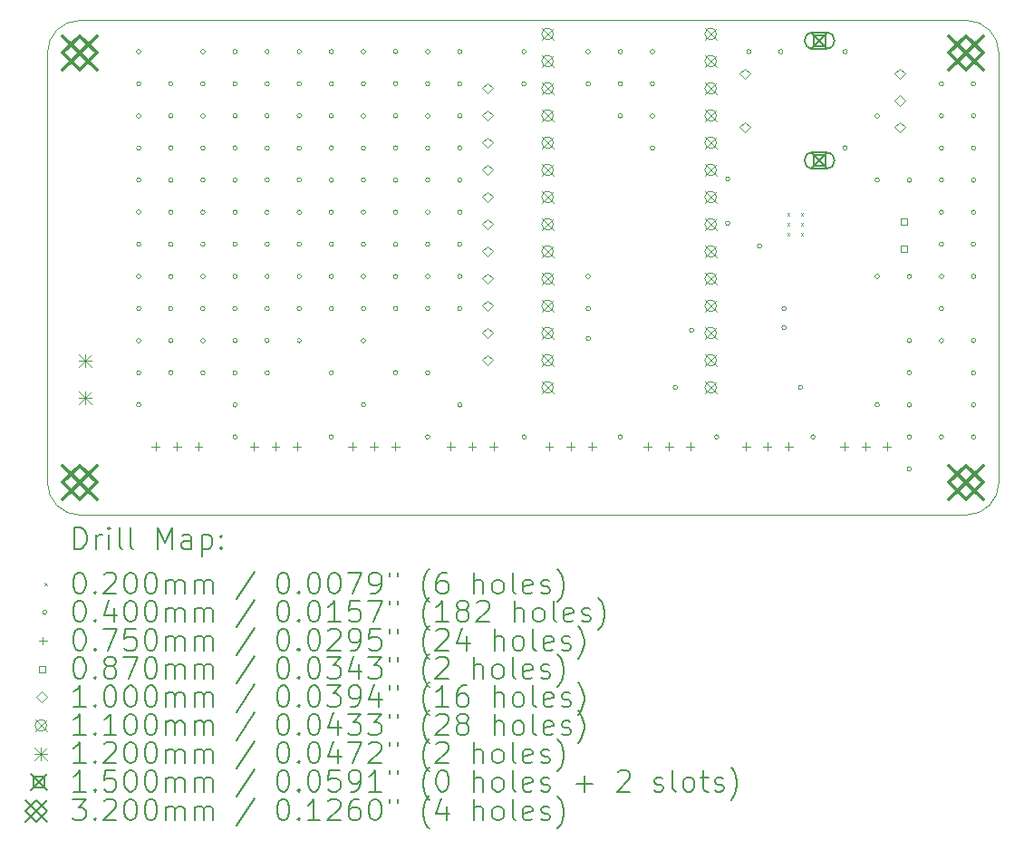
<source format=gbr>
%FSLAX45Y45*%
G04 Gerber Fmt 4.5, Leading zero omitted, Abs format (unit mm)*
G04 Created by KiCad (PCBNEW (6.0.6)) date 2022-06-26 20:30:07*
%MOMM*%
%LPD*%
G01*
G04 APERTURE LIST*
%TA.AperFunction,Profile*%
%ADD10C,0.100000*%
%TD*%
%ADD11C,0.200000*%
%ADD12C,0.020000*%
%ADD13C,0.040000*%
%ADD14C,0.075000*%
%ADD15C,0.087000*%
%ADD16C,0.100000*%
%ADD17C,0.110000*%
%ADD18C,0.120000*%
%ADD19C,0.150000*%
%ADD20C,0.320000*%
G04 APERTURE END LIST*
D10*
X17907000Y-9017000D02*
X17907000Y-13030200D01*
X9017000Y-13030200D02*
X9017000Y-9017000D01*
X17602200Y-13335000D02*
X9321800Y-13335000D01*
X9321800Y-8712200D02*
G75*
G03*
X9017000Y-9017000I0J-304800D01*
G01*
X9321800Y-8712200D02*
X17602200Y-8712200D01*
X17602200Y-13335000D02*
G75*
G03*
X17907000Y-13030200I0J304800D01*
G01*
X9017000Y-13030200D02*
G75*
G03*
X9321800Y-13335000I304800J0D01*
G01*
X17907000Y-9017000D02*
G75*
G03*
X17602200Y-8712200I-304800J0D01*
G01*
D11*
D12*
X15928000Y-10514700D02*
X15948000Y-10534700D01*
X15948000Y-10514700D02*
X15928000Y-10534700D01*
X15928000Y-10607200D02*
X15948000Y-10627200D01*
X15948000Y-10607200D02*
X15928000Y-10627200D01*
X15928000Y-10699700D02*
X15948000Y-10719700D01*
X15948000Y-10699700D02*
X15928000Y-10719700D01*
X16056000Y-10514700D02*
X16076000Y-10534700D01*
X16076000Y-10514700D02*
X16056000Y-10534700D01*
X16056000Y-10607200D02*
X16076000Y-10627200D01*
X16076000Y-10607200D02*
X16056000Y-10627200D01*
X16056000Y-10699700D02*
X16076000Y-10719700D01*
X16076000Y-10699700D02*
X16056000Y-10719700D01*
D13*
X9890000Y-9004700D02*
G75*
G03*
X9890000Y-9004700I-20000J0D01*
G01*
X9890000Y-9304700D02*
G75*
G03*
X9890000Y-9304700I-20000J0D01*
G01*
X9890000Y-9604700D02*
G75*
G03*
X9890000Y-9604700I-20000J0D01*
G01*
X9890000Y-9904700D02*
G75*
G03*
X9890000Y-9904700I-20000J0D01*
G01*
X9890000Y-10204700D02*
G75*
G03*
X9890000Y-10204700I-20000J0D01*
G01*
X9890000Y-10504700D02*
G75*
G03*
X9890000Y-10504700I-20000J0D01*
G01*
X9890000Y-10804700D02*
G75*
G03*
X9890000Y-10804700I-20000J0D01*
G01*
X9890000Y-11104700D02*
G75*
G03*
X9890000Y-11104700I-20000J0D01*
G01*
X9890000Y-11404700D02*
G75*
G03*
X9890000Y-11404700I-20000J0D01*
G01*
X9890000Y-11704700D02*
G75*
G03*
X9890000Y-11704700I-20000J0D01*
G01*
X9890000Y-12004700D02*
G75*
G03*
X9890000Y-12004700I-20000J0D01*
G01*
X9890000Y-12304700D02*
G75*
G03*
X9890000Y-12304700I-20000J0D01*
G01*
X10190000Y-9304700D02*
G75*
G03*
X10190000Y-9304700I-20000J0D01*
G01*
X10190000Y-9604700D02*
G75*
G03*
X10190000Y-9604700I-20000J0D01*
G01*
X10190000Y-9904700D02*
G75*
G03*
X10190000Y-9904700I-20000J0D01*
G01*
X10190000Y-10204700D02*
G75*
G03*
X10190000Y-10204700I-20000J0D01*
G01*
X10190000Y-10504700D02*
G75*
G03*
X10190000Y-10504700I-20000J0D01*
G01*
X10190000Y-10804700D02*
G75*
G03*
X10190000Y-10804700I-20000J0D01*
G01*
X10190000Y-11104700D02*
G75*
G03*
X10190000Y-11104700I-20000J0D01*
G01*
X10190000Y-11404700D02*
G75*
G03*
X10190000Y-11404700I-20000J0D01*
G01*
X10190000Y-11704700D02*
G75*
G03*
X10190000Y-11704700I-20000J0D01*
G01*
X10190000Y-12004700D02*
G75*
G03*
X10190000Y-12004700I-20000J0D01*
G01*
X10490000Y-9004700D02*
G75*
G03*
X10490000Y-9004700I-20000J0D01*
G01*
X10490000Y-9304700D02*
G75*
G03*
X10490000Y-9304700I-20000J0D01*
G01*
X10490000Y-9604700D02*
G75*
G03*
X10490000Y-9604700I-20000J0D01*
G01*
X10490000Y-9904700D02*
G75*
G03*
X10490000Y-9904700I-20000J0D01*
G01*
X10490000Y-10204700D02*
G75*
G03*
X10490000Y-10204700I-20000J0D01*
G01*
X10490000Y-10504700D02*
G75*
G03*
X10490000Y-10504700I-20000J0D01*
G01*
X10490000Y-10804700D02*
G75*
G03*
X10490000Y-10804700I-20000J0D01*
G01*
X10490000Y-11104700D02*
G75*
G03*
X10490000Y-11104700I-20000J0D01*
G01*
X10490000Y-11404700D02*
G75*
G03*
X10490000Y-11404700I-20000J0D01*
G01*
X10490000Y-11704700D02*
G75*
G03*
X10490000Y-11704700I-20000J0D01*
G01*
X10490000Y-12004700D02*
G75*
G03*
X10490000Y-12004700I-20000J0D01*
G01*
X10790000Y-9004700D02*
G75*
G03*
X10790000Y-9004700I-20000J0D01*
G01*
X10790000Y-9304700D02*
G75*
G03*
X10790000Y-9304700I-20000J0D01*
G01*
X10790000Y-9604700D02*
G75*
G03*
X10790000Y-9604700I-20000J0D01*
G01*
X10790000Y-9904700D02*
G75*
G03*
X10790000Y-9904700I-20000J0D01*
G01*
X10790000Y-10204700D02*
G75*
G03*
X10790000Y-10204700I-20000J0D01*
G01*
X10790000Y-10504700D02*
G75*
G03*
X10790000Y-10504700I-20000J0D01*
G01*
X10790000Y-10804700D02*
G75*
G03*
X10790000Y-10804700I-20000J0D01*
G01*
X10790000Y-11104700D02*
G75*
G03*
X10790000Y-11104700I-20000J0D01*
G01*
X10790000Y-11404700D02*
G75*
G03*
X10790000Y-11404700I-20000J0D01*
G01*
X10790000Y-11704700D02*
G75*
G03*
X10790000Y-11704700I-20000J0D01*
G01*
X10790000Y-12004700D02*
G75*
G03*
X10790000Y-12004700I-20000J0D01*
G01*
X10790000Y-12304700D02*
G75*
G03*
X10790000Y-12304700I-20000J0D01*
G01*
X10790000Y-12604700D02*
G75*
G03*
X10790000Y-12604700I-20000J0D01*
G01*
X11090000Y-9004700D02*
G75*
G03*
X11090000Y-9004700I-20000J0D01*
G01*
X11090000Y-9304700D02*
G75*
G03*
X11090000Y-9304700I-20000J0D01*
G01*
X11090000Y-9604700D02*
G75*
G03*
X11090000Y-9604700I-20000J0D01*
G01*
X11090000Y-9904700D02*
G75*
G03*
X11090000Y-9904700I-20000J0D01*
G01*
X11090000Y-10204700D02*
G75*
G03*
X11090000Y-10204700I-20000J0D01*
G01*
X11090000Y-10504700D02*
G75*
G03*
X11090000Y-10504700I-20000J0D01*
G01*
X11090000Y-10804700D02*
G75*
G03*
X11090000Y-10804700I-20000J0D01*
G01*
X11090000Y-11104700D02*
G75*
G03*
X11090000Y-11104700I-20000J0D01*
G01*
X11090000Y-11404700D02*
G75*
G03*
X11090000Y-11404700I-20000J0D01*
G01*
X11090000Y-11704700D02*
G75*
G03*
X11090000Y-11704700I-20000J0D01*
G01*
X11090000Y-12004700D02*
G75*
G03*
X11090000Y-12004700I-20000J0D01*
G01*
X11390000Y-9004700D02*
G75*
G03*
X11390000Y-9004700I-20000J0D01*
G01*
X11390000Y-9304700D02*
G75*
G03*
X11390000Y-9304700I-20000J0D01*
G01*
X11390000Y-9604700D02*
G75*
G03*
X11390000Y-9604700I-20000J0D01*
G01*
X11390000Y-9904700D02*
G75*
G03*
X11390000Y-9904700I-20000J0D01*
G01*
X11390000Y-10204700D02*
G75*
G03*
X11390000Y-10204700I-20000J0D01*
G01*
X11390000Y-10504700D02*
G75*
G03*
X11390000Y-10504700I-20000J0D01*
G01*
X11390000Y-10804700D02*
G75*
G03*
X11390000Y-10804700I-20000J0D01*
G01*
X11390000Y-11104700D02*
G75*
G03*
X11390000Y-11104700I-20000J0D01*
G01*
X11390000Y-11404700D02*
G75*
G03*
X11390000Y-11404700I-20000J0D01*
G01*
X11390000Y-11704700D02*
G75*
G03*
X11390000Y-11704700I-20000J0D01*
G01*
X11690000Y-9004700D02*
G75*
G03*
X11690000Y-9004700I-20000J0D01*
G01*
X11690000Y-9304700D02*
G75*
G03*
X11690000Y-9304700I-20000J0D01*
G01*
X11690000Y-9604700D02*
G75*
G03*
X11690000Y-9604700I-20000J0D01*
G01*
X11690000Y-9904700D02*
G75*
G03*
X11690000Y-9904700I-20000J0D01*
G01*
X11690000Y-10204700D02*
G75*
G03*
X11690000Y-10204700I-20000J0D01*
G01*
X11690000Y-10504700D02*
G75*
G03*
X11690000Y-10504700I-20000J0D01*
G01*
X11690000Y-10804700D02*
G75*
G03*
X11690000Y-10804700I-20000J0D01*
G01*
X11690000Y-11104700D02*
G75*
G03*
X11690000Y-11104700I-20000J0D01*
G01*
X11690000Y-11404700D02*
G75*
G03*
X11690000Y-11404700I-20000J0D01*
G01*
X11690000Y-12004700D02*
G75*
G03*
X11690000Y-12004700I-20000J0D01*
G01*
X11690000Y-12604700D02*
G75*
G03*
X11690000Y-12604700I-20000J0D01*
G01*
X11990000Y-9004700D02*
G75*
G03*
X11990000Y-9004700I-20000J0D01*
G01*
X11990000Y-9304700D02*
G75*
G03*
X11990000Y-9304700I-20000J0D01*
G01*
X11990000Y-9604700D02*
G75*
G03*
X11990000Y-9604700I-20000J0D01*
G01*
X11990000Y-9904700D02*
G75*
G03*
X11990000Y-9904700I-20000J0D01*
G01*
X11990000Y-10204700D02*
G75*
G03*
X11990000Y-10204700I-20000J0D01*
G01*
X11990000Y-10504700D02*
G75*
G03*
X11990000Y-10504700I-20000J0D01*
G01*
X11990000Y-10804700D02*
G75*
G03*
X11990000Y-10804700I-20000J0D01*
G01*
X11990000Y-11104700D02*
G75*
G03*
X11990000Y-11104700I-20000J0D01*
G01*
X11990000Y-11404700D02*
G75*
G03*
X11990000Y-11404700I-20000J0D01*
G01*
X11990000Y-11704700D02*
G75*
G03*
X11990000Y-11704700I-20000J0D01*
G01*
X11990000Y-12304700D02*
G75*
G03*
X11990000Y-12304700I-20000J0D01*
G01*
X12290000Y-9004700D02*
G75*
G03*
X12290000Y-9004700I-20000J0D01*
G01*
X12290000Y-9304700D02*
G75*
G03*
X12290000Y-9304700I-20000J0D01*
G01*
X12290000Y-9604700D02*
G75*
G03*
X12290000Y-9604700I-20000J0D01*
G01*
X12290000Y-9904700D02*
G75*
G03*
X12290000Y-9904700I-20000J0D01*
G01*
X12290000Y-10204700D02*
G75*
G03*
X12290000Y-10204700I-20000J0D01*
G01*
X12290000Y-10504700D02*
G75*
G03*
X12290000Y-10504700I-20000J0D01*
G01*
X12290000Y-10804700D02*
G75*
G03*
X12290000Y-10804700I-20000J0D01*
G01*
X12290000Y-11104700D02*
G75*
G03*
X12290000Y-11104700I-20000J0D01*
G01*
X12290000Y-11404700D02*
G75*
G03*
X12290000Y-11404700I-20000J0D01*
G01*
X12290000Y-12004700D02*
G75*
G03*
X12290000Y-12004700I-20000J0D01*
G01*
X12590000Y-9004700D02*
G75*
G03*
X12590000Y-9004700I-20000J0D01*
G01*
X12590000Y-9304700D02*
G75*
G03*
X12590000Y-9304700I-20000J0D01*
G01*
X12590000Y-9604700D02*
G75*
G03*
X12590000Y-9604700I-20000J0D01*
G01*
X12590000Y-9904700D02*
G75*
G03*
X12590000Y-9904700I-20000J0D01*
G01*
X12590000Y-10204700D02*
G75*
G03*
X12590000Y-10204700I-20000J0D01*
G01*
X12590000Y-10504700D02*
G75*
G03*
X12590000Y-10504700I-20000J0D01*
G01*
X12590000Y-10804700D02*
G75*
G03*
X12590000Y-10804700I-20000J0D01*
G01*
X12590000Y-11104700D02*
G75*
G03*
X12590000Y-11104700I-20000J0D01*
G01*
X12590000Y-11404700D02*
G75*
G03*
X12590000Y-11404700I-20000J0D01*
G01*
X12590000Y-12004700D02*
G75*
G03*
X12590000Y-12004700I-20000J0D01*
G01*
X12590000Y-12604700D02*
G75*
G03*
X12590000Y-12604700I-20000J0D01*
G01*
X12890000Y-9004700D02*
G75*
G03*
X12890000Y-9004700I-20000J0D01*
G01*
X12890000Y-9304700D02*
G75*
G03*
X12890000Y-9304700I-20000J0D01*
G01*
X12890000Y-9604700D02*
G75*
G03*
X12890000Y-9604700I-20000J0D01*
G01*
X12890000Y-9904700D02*
G75*
G03*
X12890000Y-9904700I-20000J0D01*
G01*
X12890000Y-10204700D02*
G75*
G03*
X12890000Y-10204700I-20000J0D01*
G01*
X12890000Y-10504700D02*
G75*
G03*
X12890000Y-10504700I-20000J0D01*
G01*
X12890000Y-10804700D02*
G75*
G03*
X12890000Y-10804700I-20000J0D01*
G01*
X12890000Y-11104700D02*
G75*
G03*
X12890000Y-11104700I-20000J0D01*
G01*
X12890000Y-11404700D02*
G75*
G03*
X12890000Y-11404700I-20000J0D01*
G01*
X12890000Y-12304700D02*
G75*
G03*
X12890000Y-12304700I-20000J0D01*
G01*
X13490000Y-9004700D02*
G75*
G03*
X13490000Y-9004700I-20000J0D01*
G01*
X13490000Y-9304700D02*
G75*
G03*
X13490000Y-9304700I-20000J0D01*
G01*
X13490000Y-12604700D02*
G75*
G03*
X13490000Y-12604700I-20000J0D01*
G01*
X14090000Y-9004700D02*
G75*
G03*
X14090000Y-9004700I-20000J0D01*
G01*
X14090000Y-9304700D02*
G75*
G03*
X14090000Y-9304700I-20000J0D01*
G01*
X14090000Y-11104700D02*
G75*
G03*
X14090000Y-11104700I-20000J0D01*
G01*
X14091600Y-11404600D02*
G75*
G03*
X14091600Y-11404600I-20000J0D01*
G01*
X14091600Y-11684000D02*
G75*
G03*
X14091600Y-11684000I-20000J0D01*
G01*
X14390000Y-9004700D02*
G75*
G03*
X14390000Y-9004700I-20000J0D01*
G01*
X14390000Y-9304700D02*
G75*
G03*
X14390000Y-9304700I-20000J0D01*
G01*
X14390000Y-9604700D02*
G75*
G03*
X14390000Y-9604700I-20000J0D01*
G01*
X14390000Y-12604700D02*
G75*
G03*
X14390000Y-12604700I-20000J0D01*
G01*
X14690000Y-9004700D02*
G75*
G03*
X14690000Y-9004700I-20000J0D01*
G01*
X14690000Y-9304700D02*
G75*
G03*
X14690000Y-9304700I-20000J0D01*
G01*
X14690000Y-9604700D02*
G75*
G03*
X14690000Y-9604700I-20000J0D01*
G01*
X14690000Y-9904700D02*
G75*
G03*
X14690000Y-9904700I-20000J0D01*
G01*
X14904400Y-12141200D02*
G75*
G03*
X14904400Y-12141200I-20000J0D01*
G01*
X15056800Y-11607800D02*
G75*
G03*
X15056800Y-11607800I-20000J0D01*
G01*
X15290000Y-12604700D02*
G75*
G03*
X15290000Y-12604700I-20000J0D01*
G01*
X15392949Y-10194550D02*
G75*
G03*
X15392949Y-10194550I-20000J0D01*
G01*
X15392949Y-10607150D02*
G75*
G03*
X15392949Y-10607150I-20000J0D01*
G01*
X15590000Y-9004700D02*
G75*
G03*
X15590000Y-9004700I-20000J0D01*
G01*
X15691800Y-10820400D02*
G75*
G03*
X15691800Y-10820400I-20000J0D01*
G01*
X15890000Y-9004700D02*
G75*
G03*
X15890000Y-9004700I-20000J0D01*
G01*
X15920400Y-11404600D02*
G75*
G03*
X15920400Y-11404600I-20000J0D01*
G01*
X15920400Y-11582400D02*
G75*
G03*
X15920400Y-11582400I-20000J0D01*
G01*
X16073371Y-12140629D02*
G75*
G03*
X16073371Y-12140629I-20000J0D01*
G01*
X16190000Y-12604700D02*
G75*
G03*
X16190000Y-12604700I-20000J0D01*
G01*
X16490000Y-9004700D02*
G75*
G03*
X16490000Y-9004700I-20000J0D01*
G01*
X16490000Y-9904700D02*
G75*
G03*
X16490000Y-9904700I-20000J0D01*
G01*
X16790000Y-9604700D02*
G75*
G03*
X16790000Y-9604700I-20000J0D01*
G01*
X16790000Y-10204700D02*
G75*
G03*
X16790000Y-10204700I-20000J0D01*
G01*
X16790000Y-11104700D02*
G75*
G03*
X16790000Y-11104700I-20000J0D01*
G01*
X16790000Y-12304700D02*
G75*
G03*
X16790000Y-12304700I-20000J0D01*
G01*
X17090000Y-10204700D02*
G75*
G03*
X17090000Y-10204700I-20000J0D01*
G01*
X17090000Y-11104700D02*
G75*
G03*
X17090000Y-11104700I-20000J0D01*
G01*
X17090000Y-11704700D02*
G75*
G03*
X17090000Y-11704700I-20000J0D01*
G01*
X17090000Y-12004700D02*
G75*
G03*
X17090000Y-12004700I-20000J0D01*
G01*
X17090000Y-12304700D02*
G75*
G03*
X17090000Y-12304700I-20000J0D01*
G01*
X17090000Y-12604700D02*
G75*
G03*
X17090000Y-12604700I-20000J0D01*
G01*
X17090000Y-12904700D02*
G75*
G03*
X17090000Y-12904700I-20000J0D01*
G01*
X17390000Y-9304700D02*
G75*
G03*
X17390000Y-9304700I-20000J0D01*
G01*
X17390000Y-9604700D02*
G75*
G03*
X17390000Y-9604700I-20000J0D01*
G01*
X17390000Y-9904700D02*
G75*
G03*
X17390000Y-9904700I-20000J0D01*
G01*
X17390000Y-10204700D02*
G75*
G03*
X17390000Y-10204700I-20000J0D01*
G01*
X17390000Y-10504700D02*
G75*
G03*
X17390000Y-10504700I-20000J0D01*
G01*
X17390000Y-10804700D02*
G75*
G03*
X17390000Y-10804700I-20000J0D01*
G01*
X17390000Y-11104700D02*
G75*
G03*
X17390000Y-11104700I-20000J0D01*
G01*
X17390000Y-11404700D02*
G75*
G03*
X17390000Y-11404700I-20000J0D01*
G01*
X17390000Y-11704700D02*
G75*
G03*
X17390000Y-11704700I-20000J0D01*
G01*
X17390000Y-12604700D02*
G75*
G03*
X17390000Y-12604700I-20000J0D01*
G01*
X17690000Y-9304700D02*
G75*
G03*
X17690000Y-9304700I-20000J0D01*
G01*
X17690000Y-9604700D02*
G75*
G03*
X17690000Y-9604700I-20000J0D01*
G01*
X17690000Y-9904700D02*
G75*
G03*
X17690000Y-9904700I-20000J0D01*
G01*
X17690000Y-10204700D02*
G75*
G03*
X17690000Y-10204700I-20000J0D01*
G01*
X17690000Y-10504700D02*
G75*
G03*
X17690000Y-10504700I-20000J0D01*
G01*
X17690000Y-10804700D02*
G75*
G03*
X17690000Y-10804700I-20000J0D01*
G01*
X17690000Y-11104700D02*
G75*
G03*
X17690000Y-11104700I-20000J0D01*
G01*
X17690000Y-11704700D02*
G75*
G03*
X17690000Y-11704700I-20000J0D01*
G01*
X17690000Y-12004700D02*
G75*
G03*
X17690000Y-12004700I-20000J0D01*
G01*
X17690000Y-12304700D02*
G75*
G03*
X17690000Y-12304700I-20000J0D01*
G01*
X17690000Y-12604700D02*
G75*
G03*
X17690000Y-12604700I-20000J0D01*
G01*
D14*
X10028492Y-12655100D02*
X10028492Y-12730100D01*
X9990992Y-12692600D02*
X10065992Y-12692600D01*
X10228492Y-12655100D02*
X10228492Y-12730100D01*
X10190992Y-12692600D02*
X10265992Y-12692600D01*
X10428492Y-12655100D02*
X10428492Y-12730100D01*
X10390992Y-12692600D02*
X10465992Y-12692600D01*
X10947622Y-12655100D02*
X10947622Y-12730100D01*
X10910122Y-12692600D02*
X10985122Y-12692600D01*
X11147622Y-12655100D02*
X11147622Y-12730100D01*
X11110122Y-12692600D02*
X11185122Y-12692600D01*
X11347622Y-12655100D02*
X11347622Y-12730100D01*
X11310122Y-12692600D02*
X11385122Y-12692600D01*
X11866751Y-12655100D02*
X11866751Y-12730100D01*
X11829251Y-12692600D02*
X11904251Y-12692600D01*
X12066751Y-12655100D02*
X12066751Y-12730100D01*
X12029251Y-12692600D02*
X12104251Y-12692600D01*
X12266751Y-12655100D02*
X12266751Y-12730100D01*
X12229251Y-12692600D02*
X12304251Y-12692600D01*
X12785881Y-12655100D02*
X12785881Y-12730100D01*
X12748381Y-12692600D02*
X12823381Y-12692600D01*
X12985881Y-12655100D02*
X12985881Y-12730100D01*
X12948381Y-12692600D02*
X13023381Y-12692600D01*
X13185881Y-12655100D02*
X13185881Y-12730100D01*
X13148381Y-12692600D02*
X13223381Y-12692600D01*
X13705011Y-12655100D02*
X13705011Y-12730100D01*
X13667511Y-12692600D02*
X13742511Y-12692600D01*
X13905011Y-12655100D02*
X13905011Y-12730100D01*
X13867511Y-12692600D02*
X13942511Y-12692600D01*
X14105011Y-12655100D02*
X14105011Y-12730100D01*
X14067511Y-12692600D02*
X14142511Y-12692600D01*
X14624140Y-12655100D02*
X14624140Y-12730100D01*
X14586640Y-12692600D02*
X14661640Y-12692600D01*
X14824140Y-12655100D02*
X14824140Y-12730100D01*
X14786640Y-12692600D02*
X14861640Y-12692600D01*
X15024140Y-12655100D02*
X15024140Y-12730100D01*
X14986640Y-12692600D02*
X15061640Y-12692600D01*
X15543270Y-12655100D02*
X15543270Y-12730100D01*
X15505770Y-12692600D02*
X15580770Y-12692600D01*
X15743270Y-12655100D02*
X15743270Y-12730100D01*
X15705770Y-12692600D02*
X15780770Y-12692600D01*
X15943270Y-12655100D02*
X15943270Y-12730100D01*
X15905770Y-12692600D02*
X15980770Y-12692600D01*
X16462400Y-12655100D02*
X16462400Y-12730100D01*
X16424900Y-12692600D02*
X16499900Y-12692600D01*
X16662400Y-12655100D02*
X16662400Y-12730100D01*
X16624900Y-12692600D02*
X16699900Y-12692600D01*
X16862400Y-12655100D02*
X16862400Y-12730100D01*
X16824900Y-12692600D02*
X16899900Y-12692600D01*
D15*
X17051959Y-10622559D02*
X17051959Y-10561041D01*
X16990441Y-10561041D01*
X16990441Y-10622559D01*
X17051959Y-10622559D01*
X17051959Y-10876559D02*
X17051959Y-10815041D01*
X16990441Y-10815041D01*
X16990441Y-10876559D01*
X17051959Y-10876559D01*
D16*
X13131800Y-9397200D02*
X13181800Y-9347200D01*
X13131800Y-9297200D01*
X13081800Y-9347200D01*
X13131800Y-9397200D01*
X13131800Y-9651200D02*
X13181800Y-9601200D01*
X13131800Y-9551200D01*
X13081800Y-9601200D01*
X13131800Y-9651200D01*
X13131800Y-9905200D02*
X13181800Y-9855200D01*
X13131800Y-9805200D01*
X13081800Y-9855200D01*
X13131800Y-9905200D01*
X13131800Y-10159200D02*
X13181800Y-10109200D01*
X13131800Y-10059200D01*
X13081800Y-10109200D01*
X13131800Y-10159200D01*
X13131800Y-10413200D02*
X13181800Y-10363200D01*
X13131800Y-10313200D01*
X13081800Y-10363200D01*
X13131800Y-10413200D01*
X13131800Y-10667200D02*
X13181800Y-10617200D01*
X13131800Y-10567200D01*
X13081800Y-10617200D01*
X13131800Y-10667200D01*
X13131800Y-10921200D02*
X13181800Y-10871200D01*
X13131800Y-10821200D01*
X13081800Y-10871200D01*
X13131800Y-10921200D01*
X13131800Y-11175200D02*
X13181800Y-11125200D01*
X13131800Y-11075200D01*
X13081800Y-11125200D01*
X13131800Y-11175200D01*
X13131800Y-11429200D02*
X13181800Y-11379200D01*
X13131800Y-11329200D01*
X13081800Y-11379200D01*
X13131800Y-11429200D01*
X13131800Y-11683200D02*
X13181800Y-11633200D01*
X13131800Y-11583200D01*
X13081800Y-11633200D01*
X13131800Y-11683200D01*
X13131800Y-11937200D02*
X13181800Y-11887200D01*
X13131800Y-11837200D01*
X13081800Y-11887200D01*
X13131800Y-11937200D01*
X15531000Y-9261500D02*
X15581000Y-9211500D01*
X15531000Y-9161500D01*
X15481000Y-9211500D01*
X15531000Y-9261500D01*
X15531000Y-9761500D02*
X15581000Y-9711500D01*
X15531000Y-9661500D01*
X15481000Y-9711500D01*
X15531000Y-9761500D01*
X16981000Y-9261500D02*
X17031000Y-9211500D01*
X16981000Y-9161500D01*
X16931000Y-9211500D01*
X16981000Y-9261500D01*
X16981000Y-9511500D02*
X17031000Y-9461500D01*
X16981000Y-9411500D01*
X16931000Y-9461500D01*
X16981000Y-9511500D01*
X16981000Y-9761500D02*
X17031000Y-9711500D01*
X16981000Y-9661500D01*
X16931000Y-9711500D01*
X16981000Y-9761500D01*
D17*
X13635600Y-8784200D02*
X13745600Y-8894200D01*
X13745600Y-8784200D02*
X13635600Y-8894200D01*
X13745600Y-8839200D02*
G75*
G03*
X13745600Y-8839200I-55000J0D01*
G01*
X13635600Y-9038200D02*
X13745600Y-9148200D01*
X13745600Y-9038200D02*
X13635600Y-9148200D01*
X13745600Y-9093200D02*
G75*
G03*
X13745600Y-9093200I-55000J0D01*
G01*
X13635600Y-9292200D02*
X13745600Y-9402200D01*
X13745600Y-9292200D02*
X13635600Y-9402200D01*
X13745600Y-9347200D02*
G75*
G03*
X13745600Y-9347200I-55000J0D01*
G01*
X13635600Y-9546200D02*
X13745600Y-9656200D01*
X13745600Y-9546200D02*
X13635600Y-9656200D01*
X13745600Y-9601200D02*
G75*
G03*
X13745600Y-9601200I-55000J0D01*
G01*
X13635600Y-9800200D02*
X13745600Y-9910200D01*
X13745600Y-9800200D02*
X13635600Y-9910200D01*
X13745600Y-9855200D02*
G75*
G03*
X13745600Y-9855200I-55000J0D01*
G01*
X13635600Y-10054200D02*
X13745600Y-10164200D01*
X13745600Y-10054200D02*
X13635600Y-10164200D01*
X13745600Y-10109200D02*
G75*
G03*
X13745600Y-10109200I-55000J0D01*
G01*
X13635600Y-10308200D02*
X13745600Y-10418200D01*
X13745600Y-10308200D02*
X13635600Y-10418200D01*
X13745600Y-10363200D02*
G75*
G03*
X13745600Y-10363200I-55000J0D01*
G01*
X13635600Y-10562200D02*
X13745600Y-10672200D01*
X13745600Y-10562200D02*
X13635600Y-10672200D01*
X13745600Y-10617200D02*
G75*
G03*
X13745600Y-10617200I-55000J0D01*
G01*
X13635600Y-10816200D02*
X13745600Y-10926200D01*
X13745600Y-10816200D02*
X13635600Y-10926200D01*
X13745600Y-10871200D02*
G75*
G03*
X13745600Y-10871200I-55000J0D01*
G01*
X13635600Y-11070200D02*
X13745600Y-11180200D01*
X13745600Y-11070200D02*
X13635600Y-11180200D01*
X13745600Y-11125200D02*
G75*
G03*
X13745600Y-11125200I-55000J0D01*
G01*
X13635600Y-11324200D02*
X13745600Y-11434200D01*
X13745600Y-11324200D02*
X13635600Y-11434200D01*
X13745600Y-11379200D02*
G75*
G03*
X13745600Y-11379200I-55000J0D01*
G01*
X13635600Y-11578200D02*
X13745600Y-11688200D01*
X13745600Y-11578200D02*
X13635600Y-11688200D01*
X13745600Y-11633200D02*
G75*
G03*
X13745600Y-11633200I-55000J0D01*
G01*
X13635600Y-11832200D02*
X13745600Y-11942200D01*
X13745600Y-11832200D02*
X13635600Y-11942200D01*
X13745600Y-11887200D02*
G75*
G03*
X13745600Y-11887200I-55000J0D01*
G01*
X13635600Y-12086200D02*
X13745600Y-12196200D01*
X13745600Y-12086200D02*
X13635600Y-12196200D01*
X13745600Y-12141200D02*
G75*
G03*
X13745600Y-12141200I-55000J0D01*
G01*
X15159600Y-8784200D02*
X15269600Y-8894200D01*
X15269600Y-8784200D02*
X15159600Y-8894200D01*
X15269600Y-8839200D02*
G75*
G03*
X15269600Y-8839200I-55000J0D01*
G01*
X15159600Y-9038200D02*
X15269600Y-9148200D01*
X15269600Y-9038200D02*
X15159600Y-9148200D01*
X15269600Y-9093200D02*
G75*
G03*
X15269600Y-9093200I-55000J0D01*
G01*
X15159600Y-9292200D02*
X15269600Y-9402200D01*
X15269600Y-9292200D02*
X15159600Y-9402200D01*
X15269600Y-9347200D02*
G75*
G03*
X15269600Y-9347200I-55000J0D01*
G01*
X15159600Y-9546200D02*
X15269600Y-9656200D01*
X15269600Y-9546200D02*
X15159600Y-9656200D01*
X15269600Y-9601200D02*
G75*
G03*
X15269600Y-9601200I-55000J0D01*
G01*
X15159600Y-9800200D02*
X15269600Y-9910200D01*
X15269600Y-9800200D02*
X15159600Y-9910200D01*
X15269600Y-9855200D02*
G75*
G03*
X15269600Y-9855200I-55000J0D01*
G01*
X15159600Y-10054200D02*
X15269600Y-10164200D01*
X15269600Y-10054200D02*
X15159600Y-10164200D01*
X15269600Y-10109200D02*
G75*
G03*
X15269600Y-10109200I-55000J0D01*
G01*
X15159600Y-10308200D02*
X15269600Y-10418200D01*
X15269600Y-10308200D02*
X15159600Y-10418200D01*
X15269600Y-10363200D02*
G75*
G03*
X15269600Y-10363200I-55000J0D01*
G01*
X15159600Y-10562200D02*
X15269600Y-10672200D01*
X15269600Y-10562200D02*
X15159600Y-10672200D01*
X15269600Y-10617200D02*
G75*
G03*
X15269600Y-10617200I-55000J0D01*
G01*
X15159600Y-10816200D02*
X15269600Y-10926200D01*
X15269600Y-10816200D02*
X15159600Y-10926200D01*
X15269600Y-10871200D02*
G75*
G03*
X15269600Y-10871200I-55000J0D01*
G01*
X15159600Y-11070200D02*
X15269600Y-11180200D01*
X15269600Y-11070200D02*
X15159600Y-11180200D01*
X15269600Y-11125200D02*
G75*
G03*
X15269600Y-11125200I-55000J0D01*
G01*
X15159600Y-11324200D02*
X15269600Y-11434200D01*
X15269600Y-11324200D02*
X15159600Y-11434200D01*
X15269600Y-11379200D02*
G75*
G03*
X15269600Y-11379200I-55000J0D01*
G01*
X15159600Y-11578200D02*
X15269600Y-11688200D01*
X15269600Y-11578200D02*
X15159600Y-11688200D01*
X15269600Y-11633200D02*
G75*
G03*
X15269600Y-11633200I-55000J0D01*
G01*
X15159600Y-11832200D02*
X15269600Y-11942200D01*
X15269600Y-11832200D02*
X15159600Y-11942200D01*
X15269600Y-11887200D02*
G75*
G03*
X15269600Y-11887200I-55000J0D01*
G01*
X15159600Y-12086200D02*
X15269600Y-12196200D01*
X15269600Y-12086200D02*
X15159600Y-12196200D01*
X15269600Y-12141200D02*
G75*
G03*
X15269600Y-12141200I-55000J0D01*
G01*
D18*
X9313000Y-11830000D02*
X9433000Y-11950000D01*
X9433000Y-11830000D02*
X9313000Y-11950000D01*
X9373000Y-11830000D02*
X9373000Y-11950000D01*
X9313000Y-11890000D02*
X9433000Y-11890000D01*
X9313000Y-12180000D02*
X9433000Y-12300000D01*
X9433000Y-12180000D02*
X9313000Y-12300000D01*
X9373000Y-12180000D02*
X9373000Y-12300000D01*
X9313000Y-12240000D02*
X9433000Y-12240000D01*
D19*
X16156000Y-8826500D02*
X16306000Y-8976500D01*
X16306000Y-8826500D02*
X16156000Y-8976500D01*
X16284033Y-8954534D02*
X16284033Y-8848467D01*
X16177966Y-8848467D01*
X16177966Y-8954534D01*
X16284033Y-8954534D01*
D11*
X16296000Y-8826500D02*
X16166000Y-8826500D01*
X16296000Y-8976500D02*
X16166000Y-8976500D01*
X16166000Y-8826500D02*
G75*
G03*
X16166000Y-8976500I0J-75000D01*
G01*
X16296000Y-8976500D02*
G75*
G03*
X16296000Y-8826500I0J75000D01*
G01*
D19*
X16156000Y-9946500D02*
X16306000Y-10096500D01*
X16306000Y-9946500D02*
X16156000Y-10096500D01*
X16284033Y-10074534D02*
X16284033Y-9968467D01*
X16177966Y-9968467D01*
X16177966Y-10074534D01*
X16284033Y-10074534D01*
D11*
X16296000Y-9946500D02*
X16166000Y-9946500D01*
X16296000Y-10096500D02*
X16166000Y-10096500D01*
X16166000Y-9946500D02*
G75*
G03*
X16166000Y-10096500I0J-75000D01*
G01*
X16296000Y-10096500D02*
G75*
G03*
X16296000Y-9946500I0J75000D01*
G01*
D20*
X9161800Y-8857000D02*
X9481800Y-9177000D01*
X9481800Y-8857000D02*
X9161800Y-9177000D01*
X9321800Y-9177000D02*
X9481800Y-9017000D01*
X9321800Y-8857000D01*
X9161800Y-9017000D01*
X9321800Y-9177000D01*
X9161800Y-12870200D02*
X9481800Y-13190200D01*
X9481800Y-12870200D02*
X9161800Y-13190200D01*
X9321800Y-13190200D02*
X9481800Y-13030200D01*
X9321800Y-12870200D01*
X9161800Y-13030200D01*
X9321800Y-13190200D01*
X17442200Y-8857000D02*
X17762200Y-9177000D01*
X17762200Y-8857000D02*
X17442200Y-9177000D01*
X17602200Y-9177000D02*
X17762200Y-9017000D01*
X17602200Y-8857000D01*
X17442200Y-9017000D01*
X17602200Y-9177000D01*
X17442200Y-12870200D02*
X17762200Y-13190200D01*
X17762200Y-12870200D02*
X17442200Y-13190200D01*
X17602200Y-13190200D02*
X17762200Y-13030200D01*
X17602200Y-12870200D01*
X17442200Y-13030200D01*
X17602200Y-13190200D01*
D11*
X9269619Y-13650476D02*
X9269619Y-13450476D01*
X9317238Y-13450476D01*
X9345810Y-13460000D01*
X9364857Y-13479048D01*
X9374381Y-13498095D01*
X9383905Y-13536190D01*
X9383905Y-13564762D01*
X9374381Y-13602857D01*
X9364857Y-13621905D01*
X9345810Y-13640952D01*
X9317238Y-13650476D01*
X9269619Y-13650476D01*
X9469619Y-13650476D02*
X9469619Y-13517143D01*
X9469619Y-13555238D02*
X9479143Y-13536190D01*
X9488667Y-13526667D01*
X9507714Y-13517143D01*
X9526762Y-13517143D01*
X9593429Y-13650476D02*
X9593429Y-13517143D01*
X9593429Y-13450476D02*
X9583905Y-13460000D01*
X9593429Y-13469524D01*
X9602952Y-13460000D01*
X9593429Y-13450476D01*
X9593429Y-13469524D01*
X9717238Y-13650476D02*
X9698190Y-13640952D01*
X9688667Y-13621905D01*
X9688667Y-13450476D01*
X9822000Y-13650476D02*
X9802952Y-13640952D01*
X9793429Y-13621905D01*
X9793429Y-13450476D01*
X10050571Y-13650476D02*
X10050571Y-13450476D01*
X10117238Y-13593333D01*
X10183905Y-13450476D01*
X10183905Y-13650476D01*
X10364857Y-13650476D02*
X10364857Y-13545714D01*
X10355333Y-13526667D01*
X10336286Y-13517143D01*
X10298190Y-13517143D01*
X10279143Y-13526667D01*
X10364857Y-13640952D02*
X10345810Y-13650476D01*
X10298190Y-13650476D01*
X10279143Y-13640952D01*
X10269619Y-13621905D01*
X10269619Y-13602857D01*
X10279143Y-13583809D01*
X10298190Y-13574286D01*
X10345810Y-13574286D01*
X10364857Y-13564762D01*
X10460095Y-13517143D02*
X10460095Y-13717143D01*
X10460095Y-13526667D02*
X10479143Y-13517143D01*
X10517238Y-13517143D01*
X10536286Y-13526667D01*
X10545810Y-13536190D01*
X10555333Y-13555238D01*
X10555333Y-13612381D01*
X10545810Y-13631428D01*
X10536286Y-13640952D01*
X10517238Y-13650476D01*
X10479143Y-13650476D01*
X10460095Y-13640952D01*
X10641048Y-13631428D02*
X10650571Y-13640952D01*
X10641048Y-13650476D01*
X10631524Y-13640952D01*
X10641048Y-13631428D01*
X10641048Y-13650476D01*
X10641048Y-13526667D02*
X10650571Y-13536190D01*
X10641048Y-13545714D01*
X10631524Y-13536190D01*
X10641048Y-13526667D01*
X10641048Y-13545714D01*
D12*
X8992000Y-13970000D02*
X9012000Y-13990000D01*
X9012000Y-13970000D02*
X8992000Y-13990000D01*
D11*
X9307714Y-13870476D02*
X9326762Y-13870476D01*
X9345810Y-13880000D01*
X9355333Y-13889524D01*
X9364857Y-13908571D01*
X9374381Y-13946667D01*
X9374381Y-13994286D01*
X9364857Y-14032381D01*
X9355333Y-14051428D01*
X9345810Y-14060952D01*
X9326762Y-14070476D01*
X9307714Y-14070476D01*
X9288667Y-14060952D01*
X9279143Y-14051428D01*
X9269619Y-14032381D01*
X9260095Y-13994286D01*
X9260095Y-13946667D01*
X9269619Y-13908571D01*
X9279143Y-13889524D01*
X9288667Y-13880000D01*
X9307714Y-13870476D01*
X9460095Y-14051428D02*
X9469619Y-14060952D01*
X9460095Y-14070476D01*
X9450571Y-14060952D01*
X9460095Y-14051428D01*
X9460095Y-14070476D01*
X9545810Y-13889524D02*
X9555333Y-13880000D01*
X9574381Y-13870476D01*
X9622000Y-13870476D01*
X9641048Y-13880000D01*
X9650571Y-13889524D01*
X9660095Y-13908571D01*
X9660095Y-13927619D01*
X9650571Y-13956190D01*
X9536286Y-14070476D01*
X9660095Y-14070476D01*
X9783905Y-13870476D02*
X9802952Y-13870476D01*
X9822000Y-13880000D01*
X9831524Y-13889524D01*
X9841048Y-13908571D01*
X9850571Y-13946667D01*
X9850571Y-13994286D01*
X9841048Y-14032381D01*
X9831524Y-14051428D01*
X9822000Y-14060952D01*
X9802952Y-14070476D01*
X9783905Y-14070476D01*
X9764857Y-14060952D01*
X9755333Y-14051428D01*
X9745810Y-14032381D01*
X9736286Y-13994286D01*
X9736286Y-13946667D01*
X9745810Y-13908571D01*
X9755333Y-13889524D01*
X9764857Y-13880000D01*
X9783905Y-13870476D01*
X9974381Y-13870476D02*
X9993429Y-13870476D01*
X10012476Y-13880000D01*
X10022000Y-13889524D01*
X10031524Y-13908571D01*
X10041048Y-13946667D01*
X10041048Y-13994286D01*
X10031524Y-14032381D01*
X10022000Y-14051428D01*
X10012476Y-14060952D01*
X9993429Y-14070476D01*
X9974381Y-14070476D01*
X9955333Y-14060952D01*
X9945810Y-14051428D01*
X9936286Y-14032381D01*
X9926762Y-13994286D01*
X9926762Y-13946667D01*
X9936286Y-13908571D01*
X9945810Y-13889524D01*
X9955333Y-13880000D01*
X9974381Y-13870476D01*
X10126762Y-14070476D02*
X10126762Y-13937143D01*
X10126762Y-13956190D02*
X10136286Y-13946667D01*
X10155333Y-13937143D01*
X10183905Y-13937143D01*
X10202952Y-13946667D01*
X10212476Y-13965714D01*
X10212476Y-14070476D01*
X10212476Y-13965714D02*
X10222000Y-13946667D01*
X10241048Y-13937143D01*
X10269619Y-13937143D01*
X10288667Y-13946667D01*
X10298190Y-13965714D01*
X10298190Y-14070476D01*
X10393429Y-14070476D02*
X10393429Y-13937143D01*
X10393429Y-13956190D02*
X10402952Y-13946667D01*
X10422000Y-13937143D01*
X10450571Y-13937143D01*
X10469619Y-13946667D01*
X10479143Y-13965714D01*
X10479143Y-14070476D01*
X10479143Y-13965714D02*
X10488667Y-13946667D01*
X10507714Y-13937143D01*
X10536286Y-13937143D01*
X10555333Y-13946667D01*
X10564857Y-13965714D01*
X10564857Y-14070476D01*
X10955333Y-13860952D02*
X10783905Y-14118095D01*
X11212476Y-13870476D02*
X11231524Y-13870476D01*
X11250571Y-13880000D01*
X11260095Y-13889524D01*
X11269619Y-13908571D01*
X11279143Y-13946667D01*
X11279143Y-13994286D01*
X11269619Y-14032381D01*
X11260095Y-14051428D01*
X11250571Y-14060952D01*
X11231524Y-14070476D01*
X11212476Y-14070476D01*
X11193428Y-14060952D01*
X11183905Y-14051428D01*
X11174381Y-14032381D01*
X11164857Y-13994286D01*
X11164857Y-13946667D01*
X11174381Y-13908571D01*
X11183905Y-13889524D01*
X11193428Y-13880000D01*
X11212476Y-13870476D01*
X11364857Y-14051428D02*
X11374381Y-14060952D01*
X11364857Y-14070476D01*
X11355333Y-14060952D01*
X11364857Y-14051428D01*
X11364857Y-14070476D01*
X11498190Y-13870476D02*
X11517238Y-13870476D01*
X11536286Y-13880000D01*
X11545809Y-13889524D01*
X11555333Y-13908571D01*
X11564857Y-13946667D01*
X11564857Y-13994286D01*
X11555333Y-14032381D01*
X11545809Y-14051428D01*
X11536286Y-14060952D01*
X11517238Y-14070476D01*
X11498190Y-14070476D01*
X11479143Y-14060952D01*
X11469619Y-14051428D01*
X11460095Y-14032381D01*
X11450571Y-13994286D01*
X11450571Y-13946667D01*
X11460095Y-13908571D01*
X11469619Y-13889524D01*
X11479143Y-13880000D01*
X11498190Y-13870476D01*
X11688667Y-13870476D02*
X11707714Y-13870476D01*
X11726762Y-13880000D01*
X11736286Y-13889524D01*
X11745809Y-13908571D01*
X11755333Y-13946667D01*
X11755333Y-13994286D01*
X11745809Y-14032381D01*
X11736286Y-14051428D01*
X11726762Y-14060952D01*
X11707714Y-14070476D01*
X11688667Y-14070476D01*
X11669619Y-14060952D01*
X11660095Y-14051428D01*
X11650571Y-14032381D01*
X11641048Y-13994286D01*
X11641048Y-13946667D01*
X11650571Y-13908571D01*
X11660095Y-13889524D01*
X11669619Y-13880000D01*
X11688667Y-13870476D01*
X11822000Y-13870476D02*
X11955333Y-13870476D01*
X11869619Y-14070476D01*
X12041048Y-14070476D02*
X12079143Y-14070476D01*
X12098190Y-14060952D01*
X12107714Y-14051428D01*
X12126762Y-14022857D01*
X12136286Y-13984762D01*
X12136286Y-13908571D01*
X12126762Y-13889524D01*
X12117238Y-13880000D01*
X12098190Y-13870476D01*
X12060095Y-13870476D01*
X12041048Y-13880000D01*
X12031524Y-13889524D01*
X12022000Y-13908571D01*
X12022000Y-13956190D01*
X12031524Y-13975238D01*
X12041048Y-13984762D01*
X12060095Y-13994286D01*
X12098190Y-13994286D01*
X12117238Y-13984762D01*
X12126762Y-13975238D01*
X12136286Y-13956190D01*
X12212476Y-13870476D02*
X12212476Y-13908571D01*
X12288667Y-13870476D02*
X12288667Y-13908571D01*
X12583905Y-14146667D02*
X12574381Y-14137143D01*
X12555333Y-14108571D01*
X12545809Y-14089524D01*
X12536286Y-14060952D01*
X12526762Y-14013333D01*
X12526762Y-13975238D01*
X12536286Y-13927619D01*
X12545809Y-13899048D01*
X12555333Y-13880000D01*
X12574381Y-13851428D01*
X12583905Y-13841905D01*
X12745809Y-13870476D02*
X12707714Y-13870476D01*
X12688667Y-13880000D01*
X12679143Y-13889524D01*
X12660095Y-13918095D01*
X12650571Y-13956190D01*
X12650571Y-14032381D01*
X12660095Y-14051428D01*
X12669619Y-14060952D01*
X12688667Y-14070476D01*
X12726762Y-14070476D01*
X12745809Y-14060952D01*
X12755333Y-14051428D01*
X12764857Y-14032381D01*
X12764857Y-13984762D01*
X12755333Y-13965714D01*
X12745809Y-13956190D01*
X12726762Y-13946667D01*
X12688667Y-13946667D01*
X12669619Y-13956190D01*
X12660095Y-13965714D01*
X12650571Y-13984762D01*
X13002952Y-14070476D02*
X13002952Y-13870476D01*
X13088667Y-14070476D02*
X13088667Y-13965714D01*
X13079143Y-13946667D01*
X13060095Y-13937143D01*
X13031524Y-13937143D01*
X13012476Y-13946667D01*
X13002952Y-13956190D01*
X13212476Y-14070476D02*
X13193428Y-14060952D01*
X13183905Y-14051428D01*
X13174381Y-14032381D01*
X13174381Y-13975238D01*
X13183905Y-13956190D01*
X13193428Y-13946667D01*
X13212476Y-13937143D01*
X13241048Y-13937143D01*
X13260095Y-13946667D01*
X13269619Y-13956190D01*
X13279143Y-13975238D01*
X13279143Y-14032381D01*
X13269619Y-14051428D01*
X13260095Y-14060952D01*
X13241048Y-14070476D01*
X13212476Y-14070476D01*
X13393428Y-14070476D02*
X13374381Y-14060952D01*
X13364857Y-14041905D01*
X13364857Y-13870476D01*
X13545809Y-14060952D02*
X13526762Y-14070476D01*
X13488667Y-14070476D01*
X13469619Y-14060952D01*
X13460095Y-14041905D01*
X13460095Y-13965714D01*
X13469619Y-13946667D01*
X13488667Y-13937143D01*
X13526762Y-13937143D01*
X13545809Y-13946667D01*
X13555333Y-13965714D01*
X13555333Y-13984762D01*
X13460095Y-14003809D01*
X13631524Y-14060952D02*
X13650571Y-14070476D01*
X13688667Y-14070476D01*
X13707714Y-14060952D01*
X13717238Y-14041905D01*
X13717238Y-14032381D01*
X13707714Y-14013333D01*
X13688667Y-14003809D01*
X13660095Y-14003809D01*
X13641048Y-13994286D01*
X13631524Y-13975238D01*
X13631524Y-13965714D01*
X13641048Y-13946667D01*
X13660095Y-13937143D01*
X13688667Y-13937143D01*
X13707714Y-13946667D01*
X13783905Y-14146667D02*
X13793428Y-14137143D01*
X13812476Y-14108571D01*
X13822000Y-14089524D01*
X13831524Y-14060952D01*
X13841048Y-14013333D01*
X13841048Y-13975238D01*
X13831524Y-13927619D01*
X13822000Y-13899048D01*
X13812476Y-13880000D01*
X13793428Y-13851428D01*
X13783905Y-13841905D01*
D13*
X9012000Y-14244000D02*
G75*
G03*
X9012000Y-14244000I-20000J0D01*
G01*
D11*
X9307714Y-14134476D02*
X9326762Y-14134476D01*
X9345810Y-14144000D01*
X9355333Y-14153524D01*
X9364857Y-14172571D01*
X9374381Y-14210667D01*
X9374381Y-14258286D01*
X9364857Y-14296381D01*
X9355333Y-14315428D01*
X9345810Y-14324952D01*
X9326762Y-14334476D01*
X9307714Y-14334476D01*
X9288667Y-14324952D01*
X9279143Y-14315428D01*
X9269619Y-14296381D01*
X9260095Y-14258286D01*
X9260095Y-14210667D01*
X9269619Y-14172571D01*
X9279143Y-14153524D01*
X9288667Y-14144000D01*
X9307714Y-14134476D01*
X9460095Y-14315428D02*
X9469619Y-14324952D01*
X9460095Y-14334476D01*
X9450571Y-14324952D01*
X9460095Y-14315428D01*
X9460095Y-14334476D01*
X9641048Y-14201143D02*
X9641048Y-14334476D01*
X9593429Y-14124952D02*
X9545810Y-14267809D01*
X9669619Y-14267809D01*
X9783905Y-14134476D02*
X9802952Y-14134476D01*
X9822000Y-14144000D01*
X9831524Y-14153524D01*
X9841048Y-14172571D01*
X9850571Y-14210667D01*
X9850571Y-14258286D01*
X9841048Y-14296381D01*
X9831524Y-14315428D01*
X9822000Y-14324952D01*
X9802952Y-14334476D01*
X9783905Y-14334476D01*
X9764857Y-14324952D01*
X9755333Y-14315428D01*
X9745810Y-14296381D01*
X9736286Y-14258286D01*
X9736286Y-14210667D01*
X9745810Y-14172571D01*
X9755333Y-14153524D01*
X9764857Y-14144000D01*
X9783905Y-14134476D01*
X9974381Y-14134476D02*
X9993429Y-14134476D01*
X10012476Y-14144000D01*
X10022000Y-14153524D01*
X10031524Y-14172571D01*
X10041048Y-14210667D01*
X10041048Y-14258286D01*
X10031524Y-14296381D01*
X10022000Y-14315428D01*
X10012476Y-14324952D01*
X9993429Y-14334476D01*
X9974381Y-14334476D01*
X9955333Y-14324952D01*
X9945810Y-14315428D01*
X9936286Y-14296381D01*
X9926762Y-14258286D01*
X9926762Y-14210667D01*
X9936286Y-14172571D01*
X9945810Y-14153524D01*
X9955333Y-14144000D01*
X9974381Y-14134476D01*
X10126762Y-14334476D02*
X10126762Y-14201143D01*
X10126762Y-14220190D02*
X10136286Y-14210667D01*
X10155333Y-14201143D01*
X10183905Y-14201143D01*
X10202952Y-14210667D01*
X10212476Y-14229714D01*
X10212476Y-14334476D01*
X10212476Y-14229714D02*
X10222000Y-14210667D01*
X10241048Y-14201143D01*
X10269619Y-14201143D01*
X10288667Y-14210667D01*
X10298190Y-14229714D01*
X10298190Y-14334476D01*
X10393429Y-14334476D02*
X10393429Y-14201143D01*
X10393429Y-14220190D02*
X10402952Y-14210667D01*
X10422000Y-14201143D01*
X10450571Y-14201143D01*
X10469619Y-14210667D01*
X10479143Y-14229714D01*
X10479143Y-14334476D01*
X10479143Y-14229714D02*
X10488667Y-14210667D01*
X10507714Y-14201143D01*
X10536286Y-14201143D01*
X10555333Y-14210667D01*
X10564857Y-14229714D01*
X10564857Y-14334476D01*
X10955333Y-14124952D02*
X10783905Y-14382095D01*
X11212476Y-14134476D02*
X11231524Y-14134476D01*
X11250571Y-14144000D01*
X11260095Y-14153524D01*
X11269619Y-14172571D01*
X11279143Y-14210667D01*
X11279143Y-14258286D01*
X11269619Y-14296381D01*
X11260095Y-14315428D01*
X11250571Y-14324952D01*
X11231524Y-14334476D01*
X11212476Y-14334476D01*
X11193428Y-14324952D01*
X11183905Y-14315428D01*
X11174381Y-14296381D01*
X11164857Y-14258286D01*
X11164857Y-14210667D01*
X11174381Y-14172571D01*
X11183905Y-14153524D01*
X11193428Y-14144000D01*
X11212476Y-14134476D01*
X11364857Y-14315428D02*
X11374381Y-14324952D01*
X11364857Y-14334476D01*
X11355333Y-14324952D01*
X11364857Y-14315428D01*
X11364857Y-14334476D01*
X11498190Y-14134476D02*
X11517238Y-14134476D01*
X11536286Y-14144000D01*
X11545809Y-14153524D01*
X11555333Y-14172571D01*
X11564857Y-14210667D01*
X11564857Y-14258286D01*
X11555333Y-14296381D01*
X11545809Y-14315428D01*
X11536286Y-14324952D01*
X11517238Y-14334476D01*
X11498190Y-14334476D01*
X11479143Y-14324952D01*
X11469619Y-14315428D01*
X11460095Y-14296381D01*
X11450571Y-14258286D01*
X11450571Y-14210667D01*
X11460095Y-14172571D01*
X11469619Y-14153524D01*
X11479143Y-14144000D01*
X11498190Y-14134476D01*
X11755333Y-14334476D02*
X11641048Y-14334476D01*
X11698190Y-14334476D02*
X11698190Y-14134476D01*
X11679143Y-14163048D01*
X11660095Y-14182095D01*
X11641048Y-14191619D01*
X11936286Y-14134476D02*
X11841048Y-14134476D01*
X11831524Y-14229714D01*
X11841048Y-14220190D01*
X11860095Y-14210667D01*
X11907714Y-14210667D01*
X11926762Y-14220190D01*
X11936286Y-14229714D01*
X11945809Y-14248762D01*
X11945809Y-14296381D01*
X11936286Y-14315428D01*
X11926762Y-14324952D01*
X11907714Y-14334476D01*
X11860095Y-14334476D01*
X11841048Y-14324952D01*
X11831524Y-14315428D01*
X12012476Y-14134476D02*
X12145809Y-14134476D01*
X12060095Y-14334476D01*
X12212476Y-14134476D02*
X12212476Y-14172571D01*
X12288667Y-14134476D02*
X12288667Y-14172571D01*
X12583905Y-14410667D02*
X12574381Y-14401143D01*
X12555333Y-14372571D01*
X12545809Y-14353524D01*
X12536286Y-14324952D01*
X12526762Y-14277333D01*
X12526762Y-14239238D01*
X12536286Y-14191619D01*
X12545809Y-14163048D01*
X12555333Y-14144000D01*
X12574381Y-14115428D01*
X12583905Y-14105905D01*
X12764857Y-14334476D02*
X12650571Y-14334476D01*
X12707714Y-14334476D02*
X12707714Y-14134476D01*
X12688667Y-14163048D01*
X12669619Y-14182095D01*
X12650571Y-14191619D01*
X12879143Y-14220190D02*
X12860095Y-14210667D01*
X12850571Y-14201143D01*
X12841048Y-14182095D01*
X12841048Y-14172571D01*
X12850571Y-14153524D01*
X12860095Y-14144000D01*
X12879143Y-14134476D01*
X12917238Y-14134476D01*
X12936286Y-14144000D01*
X12945809Y-14153524D01*
X12955333Y-14172571D01*
X12955333Y-14182095D01*
X12945809Y-14201143D01*
X12936286Y-14210667D01*
X12917238Y-14220190D01*
X12879143Y-14220190D01*
X12860095Y-14229714D01*
X12850571Y-14239238D01*
X12841048Y-14258286D01*
X12841048Y-14296381D01*
X12850571Y-14315428D01*
X12860095Y-14324952D01*
X12879143Y-14334476D01*
X12917238Y-14334476D01*
X12936286Y-14324952D01*
X12945809Y-14315428D01*
X12955333Y-14296381D01*
X12955333Y-14258286D01*
X12945809Y-14239238D01*
X12936286Y-14229714D01*
X12917238Y-14220190D01*
X13031524Y-14153524D02*
X13041048Y-14144000D01*
X13060095Y-14134476D01*
X13107714Y-14134476D01*
X13126762Y-14144000D01*
X13136286Y-14153524D01*
X13145809Y-14172571D01*
X13145809Y-14191619D01*
X13136286Y-14220190D01*
X13022000Y-14334476D01*
X13145809Y-14334476D01*
X13383905Y-14334476D02*
X13383905Y-14134476D01*
X13469619Y-14334476D02*
X13469619Y-14229714D01*
X13460095Y-14210667D01*
X13441048Y-14201143D01*
X13412476Y-14201143D01*
X13393428Y-14210667D01*
X13383905Y-14220190D01*
X13593428Y-14334476D02*
X13574381Y-14324952D01*
X13564857Y-14315428D01*
X13555333Y-14296381D01*
X13555333Y-14239238D01*
X13564857Y-14220190D01*
X13574381Y-14210667D01*
X13593428Y-14201143D01*
X13622000Y-14201143D01*
X13641048Y-14210667D01*
X13650571Y-14220190D01*
X13660095Y-14239238D01*
X13660095Y-14296381D01*
X13650571Y-14315428D01*
X13641048Y-14324952D01*
X13622000Y-14334476D01*
X13593428Y-14334476D01*
X13774381Y-14334476D02*
X13755333Y-14324952D01*
X13745809Y-14305905D01*
X13745809Y-14134476D01*
X13926762Y-14324952D02*
X13907714Y-14334476D01*
X13869619Y-14334476D01*
X13850571Y-14324952D01*
X13841048Y-14305905D01*
X13841048Y-14229714D01*
X13850571Y-14210667D01*
X13869619Y-14201143D01*
X13907714Y-14201143D01*
X13926762Y-14210667D01*
X13936286Y-14229714D01*
X13936286Y-14248762D01*
X13841048Y-14267809D01*
X14012476Y-14324952D02*
X14031524Y-14334476D01*
X14069619Y-14334476D01*
X14088667Y-14324952D01*
X14098190Y-14305905D01*
X14098190Y-14296381D01*
X14088667Y-14277333D01*
X14069619Y-14267809D01*
X14041048Y-14267809D01*
X14022000Y-14258286D01*
X14012476Y-14239238D01*
X14012476Y-14229714D01*
X14022000Y-14210667D01*
X14041048Y-14201143D01*
X14069619Y-14201143D01*
X14088667Y-14210667D01*
X14164857Y-14410667D02*
X14174381Y-14401143D01*
X14193428Y-14372571D01*
X14202952Y-14353524D01*
X14212476Y-14324952D01*
X14222000Y-14277333D01*
X14222000Y-14239238D01*
X14212476Y-14191619D01*
X14202952Y-14163048D01*
X14193428Y-14144000D01*
X14174381Y-14115428D01*
X14164857Y-14105905D01*
D14*
X8974500Y-14470500D02*
X8974500Y-14545500D01*
X8937000Y-14508000D02*
X9012000Y-14508000D01*
D11*
X9307714Y-14398476D02*
X9326762Y-14398476D01*
X9345810Y-14408000D01*
X9355333Y-14417524D01*
X9364857Y-14436571D01*
X9374381Y-14474667D01*
X9374381Y-14522286D01*
X9364857Y-14560381D01*
X9355333Y-14579428D01*
X9345810Y-14588952D01*
X9326762Y-14598476D01*
X9307714Y-14598476D01*
X9288667Y-14588952D01*
X9279143Y-14579428D01*
X9269619Y-14560381D01*
X9260095Y-14522286D01*
X9260095Y-14474667D01*
X9269619Y-14436571D01*
X9279143Y-14417524D01*
X9288667Y-14408000D01*
X9307714Y-14398476D01*
X9460095Y-14579428D02*
X9469619Y-14588952D01*
X9460095Y-14598476D01*
X9450571Y-14588952D01*
X9460095Y-14579428D01*
X9460095Y-14598476D01*
X9536286Y-14398476D02*
X9669619Y-14398476D01*
X9583905Y-14598476D01*
X9841048Y-14398476D02*
X9745810Y-14398476D01*
X9736286Y-14493714D01*
X9745810Y-14484190D01*
X9764857Y-14474667D01*
X9812476Y-14474667D01*
X9831524Y-14484190D01*
X9841048Y-14493714D01*
X9850571Y-14512762D01*
X9850571Y-14560381D01*
X9841048Y-14579428D01*
X9831524Y-14588952D01*
X9812476Y-14598476D01*
X9764857Y-14598476D01*
X9745810Y-14588952D01*
X9736286Y-14579428D01*
X9974381Y-14398476D02*
X9993429Y-14398476D01*
X10012476Y-14408000D01*
X10022000Y-14417524D01*
X10031524Y-14436571D01*
X10041048Y-14474667D01*
X10041048Y-14522286D01*
X10031524Y-14560381D01*
X10022000Y-14579428D01*
X10012476Y-14588952D01*
X9993429Y-14598476D01*
X9974381Y-14598476D01*
X9955333Y-14588952D01*
X9945810Y-14579428D01*
X9936286Y-14560381D01*
X9926762Y-14522286D01*
X9926762Y-14474667D01*
X9936286Y-14436571D01*
X9945810Y-14417524D01*
X9955333Y-14408000D01*
X9974381Y-14398476D01*
X10126762Y-14598476D02*
X10126762Y-14465143D01*
X10126762Y-14484190D02*
X10136286Y-14474667D01*
X10155333Y-14465143D01*
X10183905Y-14465143D01*
X10202952Y-14474667D01*
X10212476Y-14493714D01*
X10212476Y-14598476D01*
X10212476Y-14493714D02*
X10222000Y-14474667D01*
X10241048Y-14465143D01*
X10269619Y-14465143D01*
X10288667Y-14474667D01*
X10298190Y-14493714D01*
X10298190Y-14598476D01*
X10393429Y-14598476D02*
X10393429Y-14465143D01*
X10393429Y-14484190D02*
X10402952Y-14474667D01*
X10422000Y-14465143D01*
X10450571Y-14465143D01*
X10469619Y-14474667D01*
X10479143Y-14493714D01*
X10479143Y-14598476D01*
X10479143Y-14493714D02*
X10488667Y-14474667D01*
X10507714Y-14465143D01*
X10536286Y-14465143D01*
X10555333Y-14474667D01*
X10564857Y-14493714D01*
X10564857Y-14598476D01*
X10955333Y-14388952D02*
X10783905Y-14646095D01*
X11212476Y-14398476D02*
X11231524Y-14398476D01*
X11250571Y-14408000D01*
X11260095Y-14417524D01*
X11269619Y-14436571D01*
X11279143Y-14474667D01*
X11279143Y-14522286D01*
X11269619Y-14560381D01*
X11260095Y-14579428D01*
X11250571Y-14588952D01*
X11231524Y-14598476D01*
X11212476Y-14598476D01*
X11193428Y-14588952D01*
X11183905Y-14579428D01*
X11174381Y-14560381D01*
X11164857Y-14522286D01*
X11164857Y-14474667D01*
X11174381Y-14436571D01*
X11183905Y-14417524D01*
X11193428Y-14408000D01*
X11212476Y-14398476D01*
X11364857Y-14579428D02*
X11374381Y-14588952D01*
X11364857Y-14598476D01*
X11355333Y-14588952D01*
X11364857Y-14579428D01*
X11364857Y-14598476D01*
X11498190Y-14398476D02*
X11517238Y-14398476D01*
X11536286Y-14408000D01*
X11545809Y-14417524D01*
X11555333Y-14436571D01*
X11564857Y-14474667D01*
X11564857Y-14522286D01*
X11555333Y-14560381D01*
X11545809Y-14579428D01*
X11536286Y-14588952D01*
X11517238Y-14598476D01*
X11498190Y-14598476D01*
X11479143Y-14588952D01*
X11469619Y-14579428D01*
X11460095Y-14560381D01*
X11450571Y-14522286D01*
X11450571Y-14474667D01*
X11460095Y-14436571D01*
X11469619Y-14417524D01*
X11479143Y-14408000D01*
X11498190Y-14398476D01*
X11641048Y-14417524D02*
X11650571Y-14408000D01*
X11669619Y-14398476D01*
X11717238Y-14398476D01*
X11736286Y-14408000D01*
X11745809Y-14417524D01*
X11755333Y-14436571D01*
X11755333Y-14455619D01*
X11745809Y-14484190D01*
X11631524Y-14598476D01*
X11755333Y-14598476D01*
X11850571Y-14598476D02*
X11888667Y-14598476D01*
X11907714Y-14588952D01*
X11917238Y-14579428D01*
X11936286Y-14550857D01*
X11945809Y-14512762D01*
X11945809Y-14436571D01*
X11936286Y-14417524D01*
X11926762Y-14408000D01*
X11907714Y-14398476D01*
X11869619Y-14398476D01*
X11850571Y-14408000D01*
X11841048Y-14417524D01*
X11831524Y-14436571D01*
X11831524Y-14484190D01*
X11841048Y-14503238D01*
X11850571Y-14512762D01*
X11869619Y-14522286D01*
X11907714Y-14522286D01*
X11926762Y-14512762D01*
X11936286Y-14503238D01*
X11945809Y-14484190D01*
X12126762Y-14398476D02*
X12031524Y-14398476D01*
X12022000Y-14493714D01*
X12031524Y-14484190D01*
X12050571Y-14474667D01*
X12098190Y-14474667D01*
X12117238Y-14484190D01*
X12126762Y-14493714D01*
X12136286Y-14512762D01*
X12136286Y-14560381D01*
X12126762Y-14579428D01*
X12117238Y-14588952D01*
X12098190Y-14598476D01*
X12050571Y-14598476D01*
X12031524Y-14588952D01*
X12022000Y-14579428D01*
X12212476Y-14398476D02*
X12212476Y-14436571D01*
X12288667Y-14398476D02*
X12288667Y-14436571D01*
X12583905Y-14674667D02*
X12574381Y-14665143D01*
X12555333Y-14636571D01*
X12545809Y-14617524D01*
X12536286Y-14588952D01*
X12526762Y-14541333D01*
X12526762Y-14503238D01*
X12536286Y-14455619D01*
X12545809Y-14427048D01*
X12555333Y-14408000D01*
X12574381Y-14379428D01*
X12583905Y-14369905D01*
X12650571Y-14417524D02*
X12660095Y-14408000D01*
X12679143Y-14398476D01*
X12726762Y-14398476D01*
X12745809Y-14408000D01*
X12755333Y-14417524D01*
X12764857Y-14436571D01*
X12764857Y-14455619D01*
X12755333Y-14484190D01*
X12641048Y-14598476D01*
X12764857Y-14598476D01*
X12936286Y-14465143D02*
X12936286Y-14598476D01*
X12888667Y-14388952D02*
X12841048Y-14531809D01*
X12964857Y-14531809D01*
X13193428Y-14598476D02*
X13193428Y-14398476D01*
X13279143Y-14598476D02*
X13279143Y-14493714D01*
X13269619Y-14474667D01*
X13250571Y-14465143D01*
X13222000Y-14465143D01*
X13202952Y-14474667D01*
X13193428Y-14484190D01*
X13402952Y-14598476D02*
X13383905Y-14588952D01*
X13374381Y-14579428D01*
X13364857Y-14560381D01*
X13364857Y-14503238D01*
X13374381Y-14484190D01*
X13383905Y-14474667D01*
X13402952Y-14465143D01*
X13431524Y-14465143D01*
X13450571Y-14474667D01*
X13460095Y-14484190D01*
X13469619Y-14503238D01*
X13469619Y-14560381D01*
X13460095Y-14579428D01*
X13450571Y-14588952D01*
X13431524Y-14598476D01*
X13402952Y-14598476D01*
X13583905Y-14598476D02*
X13564857Y-14588952D01*
X13555333Y-14569905D01*
X13555333Y-14398476D01*
X13736286Y-14588952D02*
X13717238Y-14598476D01*
X13679143Y-14598476D01*
X13660095Y-14588952D01*
X13650571Y-14569905D01*
X13650571Y-14493714D01*
X13660095Y-14474667D01*
X13679143Y-14465143D01*
X13717238Y-14465143D01*
X13736286Y-14474667D01*
X13745809Y-14493714D01*
X13745809Y-14512762D01*
X13650571Y-14531809D01*
X13822000Y-14588952D02*
X13841048Y-14598476D01*
X13879143Y-14598476D01*
X13898190Y-14588952D01*
X13907714Y-14569905D01*
X13907714Y-14560381D01*
X13898190Y-14541333D01*
X13879143Y-14531809D01*
X13850571Y-14531809D01*
X13831524Y-14522286D01*
X13822000Y-14503238D01*
X13822000Y-14493714D01*
X13831524Y-14474667D01*
X13850571Y-14465143D01*
X13879143Y-14465143D01*
X13898190Y-14474667D01*
X13974381Y-14674667D02*
X13983905Y-14665143D01*
X14002952Y-14636571D01*
X14012476Y-14617524D01*
X14022000Y-14588952D01*
X14031524Y-14541333D01*
X14031524Y-14503238D01*
X14022000Y-14455619D01*
X14012476Y-14427048D01*
X14002952Y-14408000D01*
X13983905Y-14379428D01*
X13974381Y-14369905D01*
D15*
X8999259Y-14802759D02*
X8999259Y-14741241D01*
X8937741Y-14741241D01*
X8937741Y-14802759D01*
X8999259Y-14802759D01*
D11*
X9307714Y-14662476D02*
X9326762Y-14662476D01*
X9345810Y-14672000D01*
X9355333Y-14681524D01*
X9364857Y-14700571D01*
X9374381Y-14738667D01*
X9374381Y-14786286D01*
X9364857Y-14824381D01*
X9355333Y-14843428D01*
X9345810Y-14852952D01*
X9326762Y-14862476D01*
X9307714Y-14862476D01*
X9288667Y-14852952D01*
X9279143Y-14843428D01*
X9269619Y-14824381D01*
X9260095Y-14786286D01*
X9260095Y-14738667D01*
X9269619Y-14700571D01*
X9279143Y-14681524D01*
X9288667Y-14672000D01*
X9307714Y-14662476D01*
X9460095Y-14843428D02*
X9469619Y-14852952D01*
X9460095Y-14862476D01*
X9450571Y-14852952D01*
X9460095Y-14843428D01*
X9460095Y-14862476D01*
X9583905Y-14748190D02*
X9564857Y-14738667D01*
X9555333Y-14729143D01*
X9545810Y-14710095D01*
X9545810Y-14700571D01*
X9555333Y-14681524D01*
X9564857Y-14672000D01*
X9583905Y-14662476D01*
X9622000Y-14662476D01*
X9641048Y-14672000D01*
X9650571Y-14681524D01*
X9660095Y-14700571D01*
X9660095Y-14710095D01*
X9650571Y-14729143D01*
X9641048Y-14738667D01*
X9622000Y-14748190D01*
X9583905Y-14748190D01*
X9564857Y-14757714D01*
X9555333Y-14767238D01*
X9545810Y-14786286D01*
X9545810Y-14824381D01*
X9555333Y-14843428D01*
X9564857Y-14852952D01*
X9583905Y-14862476D01*
X9622000Y-14862476D01*
X9641048Y-14852952D01*
X9650571Y-14843428D01*
X9660095Y-14824381D01*
X9660095Y-14786286D01*
X9650571Y-14767238D01*
X9641048Y-14757714D01*
X9622000Y-14748190D01*
X9726762Y-14662476D02*
X9860095Y-14662476D01*
X9774381Y-14862476D01*
X9974381Y-14662476D02*
X9993429Y-14662476D01*
X10012476Y-14672000D01*
X10022000Y-14681524D01*
X10031524Y-14700571D01*
X10041048Y-14738667D01*
X10041048Y-14786286D01*
X10031524Y-14824381D01*
X10022000Y-14843428D01*
X10012476Y-14852952D01*
X9993429Y-14862476D01*
X9974381Y-14862476D01*
X9955333Y-14852952D01*
X9945810Y-14843428D01*
X9936286Y-14824381D01*
X9926762Y-14786286D01*
X9926762Y-14738667D01*
X9936286Y-14700571D01*
X9945810Y-14681524D01*
X9955333Y-14672000D01*
X9974381Y-14662476D01*
X10126762Y-14862476D02*
X10126762Y-14729143D01*
X10126762Y-14748190D02*
X10136286Y-14738667D01*
X10155333Y-14729143D01*
X10183905Y-14729143D01*
X10202952Y-14738667D01*
X10212476Y-14757714D01*
X10212476Y-14862476D01*
X10212476Y-14757714D02*
X10222000Y-14738667D01*
X10241048Y-14729143D01*
X10269619Y-14729143D01*
X10288667Y-14738667D01*
X10298190Y-14757714D01*
X10298190Y-14862476D01*
X10393429Y-14862476D02*
X10393429Y-14729143D01*
X10393429Y-14748190D02*
X10402952Y-14738667D01*
X10422000Y-14729143D01*
X10450571Y-14729143D01*
X10469619Y-14738667D01*
X10479143Y-14757714D01*
X10479143Y-14862476D01*
X10479143Y-14757714D02*
X10488667Y-14738667D01*
X10507714Y-14729143D01*
X10536286Y-14729143D01*
X10555333Y-14738667D01*
X10564857Y-14757714D01*
X10564857Y-14862476D01*
X10955333Y-14652952D02*
X10783905Y-14910095D01*
X11212476Y-14662476D02*
X11231524Y-14662476D01*
X11250571Y-14672000D01*
X11260095Y-14681524D01*
X11269619Y-14700571D01*
X11279143Y-14738667D01*
X11279143Y-14786286D01*
X11269619Y-14824381D01*
X11260095Y-14843428D01*
X11250571Y-14852952D01*
X11231524Y-14862476D01*
X11212476Y-14862476D01*
X11193428Y-14852952D01*
X11183905Y-14843428D01*
X11174381Y-14824381D01*
X11164857Y-14786286D01*
X11164857Y-14738667D01*
X11174381Y-14700571D01*
X11183905Y-14681524D01*
X11193428Y-14672000D01*
X11212476Y-14662476D01*
X11364857Y-14843428D02*
X11374381Y-14852952D01*
X11364857Y-14862476D01*
X11355333Y-14852952D01*
X11364857Y-14843428D01*
X11364857Y-14862476D01*
X11498190Y-14662476D02*
X11517238Y-14662476D01*
X11536286Y-14672000D01*
X11545809Y-14681524D01*
X11555333Y-14700571D01*
X11564857Y-14738667D01*
X11564857Y-14786286D01*
X11555333Y-14824381D01*
X11545809Y-14843428D01*
X11536286Y-14852952D01*
X11517238Y-14862476D01*
X11498190Y-14862476D01*
X11479143Y-14852952D01*
X11469619Y-14843428D01*
X11460095Y-14824381D01*
X11450571Y-14786286D01*
X11450571Y-14738667D01*
X11460095Y-14700571D01*
X11469619Y-14681524D01*
X11479143Y-14672000D01*
X11498190Y-14662476D01*
X11631524Y-14662476D02*
X11755333Y-14662476D01*
X11688667Y-14738667D01*
X11717238Y-14738667D01*
X11736286Y-14748190D01*
X11745809Y-14757714D01*
X11755333Y-14776762D01*
X11755333Y-14824381D01*
X11745809Y-14843428D01*
X11736286Y-14852952D01*
X11717238Y-14862476D01*
X11660095Y-14862476D01*
X11641048Y-14852952D01*
X11631524Y-14843428D01*
X11926762Y-14729143D02*
X11926762Y-14862476D01*
X11879143Y-14652952D02*
X11831524Y-14795809D01*
X11955333Y-14795809D01*
X12012476Y-14662476D02*
X12136286Y-14662476D01*
X12069619Y-14738667D01*
X12098190Y-14738667D01*
X12117238Y-14748190D01*
X12126762Y-14757714D01*
X12136286Y-14776762D01*
X12136286Y-14824381D01*
X12126762Y-14843428D01*
X12117238Y-14852952D01*
X12098190Y-14862476D01*
X12041048Y-14862476D01*
X12022000Y-14852952D01*
X12012476Y-14843428D01*
X12212476Y-14662476D02*
X12212476Y-14700571D01*
X12288667Y-14662476D02*
X12288667Y-14700571D01*
X12583905Y-14938667D02*
X12574381Y-14929143D01*
X12555333Y-14900571D01*
X12545809Y-14881524D01*
X12536286Y-14852952D01*
X12526762Y-14805333D01*
X12526762Y-14767238D01*
X12536286Y-14719619D01*
X12545809Y-14691048D01*
X12555333Y-14672000D01*
X12574381Y-14643428D01*
X12583905Y-14633905D01*
X12650571Y-14681524D02*
X12660095Y-14672000D01*
X12679143Y-14662476D01*
X12726762Y-14662476D01*
X12745809Y-14672000D01*
X12755333Y-14681524D01*
X12764857Y-14700571D01*
X12764857Y-14719619D01*
X12755333Y-14748190D01*
X12641048Y-14862476D01*
X12764857Y-14862476D01*
X13002952Y-14862476D02*
X13002952Y-14662476D01*
X13088667Y-14862476D02*
X13088667Y-14757714D01*
X13079143Y-14738667D01*
X13060095Y-14729143D01*
X13031524Y-14729143D01*
X13012476Y-14738667D01*
X13002952Y-14748190D01*
X13212476Y-14862476D02*
X13193428Y-14852952D01*
X13183905Y-14843428D01*
X13174381Y-14824381D01*
X13174381Y-14767238D01*
X13183905Y-14748190D01*
X13193428Y-14738667D01*
X13212476Y-14729143D01*
X13241048Y-14729143D01*
X13260095Y-14738667D01*
X13269619Y-14748190D01*
X13279143Y-14767238D01*
X13279143Y-14824381D01*
X13269619Y-14843428D01*
X13260095Y-14852952D01*
X13241048Y-14862476D01*
X13212476Y-14862476D01*
X13393428Y-14862476D02*
X13374381Y-14852952D01*
X13364857Y-14833905D01*
X13364857Y-14662476D01*
X13545809Y-14852952D02*
X13526762Y-14862476D01*
X13488667Y-14862476D01*
X13469619Y-14852952D01*
X13460095Y-14833905D01*
X13460095Y-14757714D01*
X13469619Y-14738667D01*
X13488667Y-14729143D01*
X13526762Y-14729143D01*
X13545809Y-14738667D01*
X13555333Y-14757714D01*
X13555333Y-14776762D01*
X13460095Y-14795809D01*
X13631524Y-14852952D02*
X13650571Y-14862476D01*
X13688667Y-14862476D01*
X13707714Y-14852952D01*
X13717238Y-14833905D01*
X13717238Y-14824381D01*
X13707714Y-14805333D01*
X13688667Y-14795809D01*
X13660095Y-14795809D01*
X13641048Y-14786286D01*
X13631524Y-14767238D01*
X13631524Y-14757714D01*
X13641048Y-14738667D01*
X13660095Y-14729143D01*
X13688667Y-14729143D01*
X13707714Y-14738667D01*
X13783905Y-14938667D02*
X13793428Y-14929143D01*
X13812476Y-14900571D01*
X13822000Y-14881524D01*
X13831524Y-14852952D01*
X13841048Y-14805333D01*
X13841048Y-14767238D01*
X13831524Y-14719619D01*
X13822000Y-14691048D01*
X13812476Y-14672000D01*
X13793428Y-14643428D01*
X13783905Y-14633905D01*
D16*
X8962000Y-15086000D02*
X9012000Y-15036000D01*
X8962000Y-14986000D01*
X8912000Y-15036000D01*
X8962000Y-15086000D01*
D11*
X9374381Y-15126476D02*
X9260095Y-15126476D01*
X9317238Y-15126476D02*
X9317238Y-14926476D01*
X9298190Y-14955048D01*
X9279143Y-14974095D01*
X9260095Y-14983619D01*
X9460095Y-15107428D02*
X9469619Y-15116952D01*
X9460095Y-15126476D01*
X9450571Y-15116952D01*
X9460095Y-15107428D01*
X9460095Y-15126476D01*
X9593429Y-14926476D02*
X9612476Y-14926476D01*
X9631524Y-14936000D01*
X9641048Y-14945524D01*
X9650571Y-14964571D01*
X9660095Y-15002667D01*
X9660095Y-15050286D01*
X9650571Y-15088381D01*
X9641048Y-15107428D01*
X9631524Y-15116952D01*
X9612476Y-15126476D01*
X9593429Y-15126476D01*
X9574381Y-15116952D01*
X9564857Y-15107428D01*
X9555333Y-15088381D01*
X9545810Y-15050286D01*
X9545810Y-15002667D01*
X9555333Y-14964571D01*
X9564857Y-14945524D01*
X9574381Y-14936000D01*
X9593429Y-14926476D01*
X9783905Y-14926476D02*
X9802952Y-14926476D01*
X9822000Y-14936000D01*
X9831524Y-14945524D01*
X9841048Y-14964571D01*
X9850571Y-15002667D01*
X9850571Y-15050286D01*
X9841048Y-15088381D01*
X9831524Y-15107428D01*
X9822000Y-15116952D01*
X9802952Y-15126476D01*
X9783905Y-15126476D01*
X9764857Y-15116952D01*
X9755333Y-15107428D01*
X9745810Y-15088381D01*
X9736286Y-15050286D01*
X9736286Y-15002667D01*
X9745810Y-14964571D01*
X9755333Y-14945524D01*
X9764857Y-14936000D01*
X9783905Y-14926476D01*
X9974381Y-14926476D02*
X9993429Y-14926476D01*
X10012476Y-14936000D01*
X10022000Y-14945524D01*
X10031524Y-14964571D01*
X10041048Y-15002667D01*
X10041048Y-15050286D01*
X10031524Y-15088381D01*
X10022000Y-15107428D01*
X10012476Y-15116952D01*
X9993429Y-15126476D01*
X9974381Y-15126476D01*
X9955333Y-15116952D01*
X9945810Y-15107428D01*
X9936286Y-15088381D01*
X9926762Y-15050286D01*
X9926762Y-15002667D01*
X9936286Y-14964571D01*
X9945810Y-14945524D01*
X9955333Y-14936000D01*
X9974381Y-14926476D01*
X10126762Y-15126476D02*
X10126762Y-14993143D01*
X10126762Y-15012190D02*
X10136286Y-15002667D01*
X10155333Y-14993143D01*
X10183905Y-14993143D01*
X10202952Y-15002667D01*
X10212476Y-15021714D01*
X10212476Y-15126476D01*
X10212476Y-15021714D02*
X10222000Y-15002667D01*
X10241048Y-14993143D01*
X10269619Y-14993143D01*
X10288667Y-15002667D01*
X10298190Y-15021714D01*
X10298190Y-15126476D01*
X10393429Y-15126476D02*
X10393429Y-14993143D01*
X10393429Y-15012190D02*
X10402952Y-15002667D01*
X10422000Y-14993143D01*
X10450571Y-14993143D01*
X10469619Y-15002667D01*
X10479143Y-15021714D01*
X10479143Y-15126476D01*
X10479143Y-15021714D02*
X10488667Y-15002667D01*
X10507714Y-14993143D01*
X10536286Y-14993143D01*
X10555333Y-15002667D01*
X10564857Y-15021714D01*
X10564857Y-15126476D01*
X10955333Y-14916952D02*
X10783905Y-15174095D01*
X11212476Y-14926476D02*
X11231524Y-14926476D01*
X11250571Y-14936000D01*
X11260095Y-14945524D01*
X11269619Y-14964571D01*
X11279143Y-15002667D01*
X11279143Y-15050286D01*
X11269619Y-15088381D01*
X11260095Y-15107428D01*
X11250571Y-15116952D01*
X11231524Y-15126476D01*
X11212476Y-15126476D01*
X11193428Y-15116952D01*
X11183905Y-15107428D01*
X11174381Y-15088381D01*
X11164857Y-15050286D01*
X11164857Y-15002667D01*
X11174381Y-14964571D01*
X11183905Y-14945524D01*
X11193428Y-14936000D01*
X11212476Y-14926476D01*
X11364857Y-15107428D02*
X11374381Y-15116952D01*
X11364857Y-15126476D01*
X11355333Y-15116952D01*
X11364857Y-15107428D01*
X11364857Y-15126476D01*
X11498190Y-14926476D02*
X11517238Y-14926476D01*
X11536286Y-14936000D01*
X11545809Y-14945524D01*
X11555333Y-14964571D01*
X11564857Y-15002667D01*
X11564857Y-15050286D01*
X11555333Y-15088381D01*
X11545809Y-15107428D01*
X11536286Y-15116952D01*
X11517238Y-15126476D01*
X11498190Y-15126476D01*
X11479143Y-15116952D01*
X11469619Y-15107428D01*
X11460095Y-15088381D01*
X11450571Y-15050286D01*
X11450571Y-15002667D01*
X11460095Y-14964571D01*
X11469619Y-14945524D01*
X11479143Y-14936000D01*
X11498190Y-14926476D01*
X11631524Y-14926476D02*
X11755333Y-14926476D01*
X11688667Y-15002667D01*
X11717238Y-15002667D01*
X11736286Y-15012190D01*
X11745809Y-15021714D01*
X11755333Y-15040762D01*
X11755333Y-15088381D01*
X11745809Y-15107428D01*
X11736286Y-15116952D01*
X11717238Y-15126476D01*
X11660095Y-15126476D01*
X11641048Y-15116952D01*
X11631524Y-15107428D01*
X11850571Y-15126476D02*
X11888667Y-15126476D01*
X11907714Y-15116952D01*
X11917238Y-15107428D01*
X11936286Y-15078857D01*
X11945809Y-15040762D01*
X11945809Y-14964571D01*
X11936286Y-14945524D01*
X11926762Y-14936000D01*
X11907714Y-14926476D01*
X11869619Y-14926476D01*
X11850571Y-14936000D01*
X11841048Y-14945524D01*
X11831524Y-14964571D01*
X11831524Y-15012190D01*
X11841048Y-15031238D01*
X11850571Y-15040762D01*
X11869619Y-15050286D01*
X11907714Y-15050286D01*
X11926762Y-15040762D01*
X11936286Y-15031238D01*
X11945809Y-15012190D01*
X12117238Y-14993143D02*
X12117238Y-15126476D01*
X12069619Y-14916952D02*
X12022000Y-15059809D01*
X12145809Y-15059809D01*
X12212476Y-14926476D02*
X12212476Y-14964571D01*
X12288667Y-14926476D02*
X12288667Y-14964571D01*
X12583905Y-15202667D02*
X12574381Y-15193143D01*
X12555333Y-15164571D01*
X12545809Y-15145524D01*
X12536286Y-15116952D01*
X12526762Y-15069333D01*
X12526762Y-15031238D01*
X12536286Y-14983619D01*
X12545809Y-14955048D01*
X12555333Y-14936000D01*
X12574381Y-14907428D01*
X12583905Y-14897905D01*
X12764857Y-15126476D02*
X12650571Y-15126476D01*
X12707714Y-15126476D02*
X12707714Y-14926476D01*
X12688667Y-14955048D01*
X12669619Y-14974095D01*
X12650571Y-14983619D01*
X12936286Y-14926476D02*
X12898190Y-14926476D01*
X12879143Y-14936000D01*
X12869619Y-14945524D01*
X12850571Y-14974095D01*
X12841048Y-15012190D01*
X12841048Y-15088381D01*
X12850571Y-15107428D01*
X12860095Y-15116952D01*
X12879143Y-15126476D01*
X12917238Y-15126476D01*
X12936286Y-15116952D01*
X12945809Y-15107428D01*
X12955333Y-15088381D01*
X12955333Y-15040762D01*
X12945809Y-15021714D01*
X12936286Y-15012190D01*
X12917238Y-15002667D01*
X12879143Y-15002667D01*
X12860095Y-15012190D01*
X12850571Y-15021714D01*
X12841048Y-15040762D01*
X13193428Y-15126476D02*
X13193428Y-14926476D01*
X13279143Y-15126476D02*
X13279143Y-15021714D01*
X13269619Y-15002667D01*
X13250571Y-14993143D01*
X13222000Y-14993143D01*
X13202952Y-15002667D01*
X13193428Y-15012190D01*
X13402952Y-15126476D02*
X13383905Y-15116952D01*
X13374381Y-15107428D01*
X13364857Y-15088381D01*
X13364857Y-15031238D01*
X13374381Y-15012190D01*
X13383905Y-15002667D01*
X13402952Y-14993143D01*
X13431524Y-14993143D01*
X13450571Y-15002667D01*
X13460095Y-15012190D01*
X13469619Y-15031238D01*
X13469619Y-15088381D01*
X13460095Y-15107428D01*
X13450571Y-15116952D01*
X13431524Y-15126476D01*
X13402952Y-15126476D01*
X13583905Y-15126476D02*
X13564857Y-15116952D01*
X13555333Y-15097905D01*
X13555333Y-14926476D01*
X13736286Y-15116952D02*
X13717238Y-15126476D01*
X13679143Y-15126476D01*
X13660095Y-15116952D01*
X13650571Y-15097905D01*
X13650571Y-15021714D01*
X13660095Y-15002667D01*
X13679143Y-14993143D01*
X13717238Y-14993143D01*
X13736286Y-15002667D01*
X13745809Y-15021714D01*
X13745809Y-15040762D01*
X13650571Y-15059809D01*
X13822000Y-15116952D02*
X13841048Y-15126476D01*
X13879143Y-15126476D01*
X13898190Y-15116952D01*
X13907714Y-15097905D01*
X13907714Y-15088381D01*
X13898190Y-15069333D01*
X13879143Y-15059809D01*
X13850571Y-15059809D01*
X13831524Y-15050286D01*
X13822000Y-15031238D01*
X13822000Y-15021714D01*
X13831524Y-15002667D01*
X13850571Y-14993143D01*
X13879143Y-14993143D01*
X13898190Y-15002667D01*
X13974381Y-15202667D02*
X13983905Y-15193143D01*
X14002952Y-15164571D01*
X14012476Y-15145524D01*
X14022000Y-15116952D01*
X14031524Y-15069333D01*
X14031524Y-15031238D01*
X14022000Y-14983619D01*
X14012476Y-14955048D01*
X14002952Y-14936000D01*
X13983905Y-14907428D01*
X13974381Y-14897905D01*
D17*
X8902000Y-15245000D02*
X9012000Y-15355000D01*
X9012000Y-15245000D02*
X8902000Y-15355000D01*
X9012000Y-15300000D02*
G75*
G03*
X9012000Y-15300000I-55000J0D01*
G01*
D11*
X9374381Y-15390476D02*
X9260095Y-15390476D01*
X9317238Y-15390476D02*
X9317238Y-15190476D01*
X9298190Y-15219048D01*
X9279143Y-15238095D01*
X9260095Y-15247619D01*
X9460095Y-15371428D02*
X9469619Y-15380952D01*
X9460095Y-15390476D01*
X9450571Y-15380952D01*
X9460095Y-15371428D01*
X9460095Y-15390476D01*
X9660095Y-15390476D02*
X9545810Y-15390476D01*
X9602952Y-15390476D02*
X9602952Y-15190476D01*
X9583905Y-15219048D01*
X9564857Y-15238095D01*
X9545810Y-15247619D01*
X9783905Y-15190476D02*
X9802952Y-15190476D01*
X9822000Y-15200000D01*
X9831524Y-15209524D01*
X9841048Y-15228571D01*
X9850571Y-15266667D01*
X9850571Y-15314286D01*
X9841048Y-15352381D01*
X9831524Y-15371428D01*
X9822000Y-15380952D01*
X9802952Y-15390476D01*
X9783905Y-15390476D01*
X9764857Y-15380952D01*
X9755333Y-15371428D01*
X9745810Y-15352381D01*
X9736286Y-15314286D01*
X9736286Y-15266667D01*
X9745810Y-15228571D01*
X9755333Y-15209524D01*
X9764857Y-15200000D01*
X9783905Y-15190476D01*
X9974381Y-15190476D02*
X9993429Y-15190476D01*
X10012476Y-15200000D01*
X10022000Y-15209524D01*
X10031524Y-15228571D01*
X10041048Y-15266667D01*
X10041048Y-15314286D01*
X10031524Y-15352381D01*
X10022000Y-15371428D01*
X10012476Y-15380952D01*
X9993429Y-15390476D01*
X9974381Y-15390476D01*
X9955333Y-15380952D01*
X9945810Y-15371428D01*
X9936286Y-15352381D01*
X9926762Y-15314286D01*
X9926762Y-15266667D01*
X9936286Y-15228571D01*
X9945810Y-15209524D01*
X9955333Y-15200000D01*
X9974381Y-15190476D01*
X10126762Y-15390476D02*
X10126762Y-15257143D01*
X10126762Y-15276190D02*
X10136286Y-15266667D01*
X10155333Y-15257143D01*
X10183905Y-15257143D01*
X10202952Y-15266667D01*
X10212476Y-15285714D01*
X10212476Y-15390476D01*
X10212476Y-15285714D02*
X10222000Y-15266667D01*
X10241048Y-15257143D01*
X10269619Y-15257143D01*
X10288667Y-15266667D01*
X10298190Y-15285714D01*
X10298190Y-15390476D01*
X10393429Y-15390476D02*
X10393429Y-15257143D01*
X10393429Y-15276190D02*
X10402952Y-15266667D01*
X10422000Y-15257143D01*
X10450571Y-15257143D01*
X10469619Y-15266667D01*
X10479143Y-15285714D01*
X10479143Y-15390476D01*
X10479143Y-15285714D02*
X10488667Y-15266667D01*
X10507714Y-15257143D01*
X10536286Y-15257143D01*
X10555333Y-15266667D01*
X10564857Y-15285714D01*
X10564857Y-15390476D01*
X10955333Y-15180952D02*
X10783905Y-15438095D01*
X11212476Y-15190476D02*
X11231524Y-15190476D01*
X11250571Y-15200000D01*
X11260095Y-15209524D01*
X11269619Y-15228571D01*
X11279143Y-15266667D01*
X11279143Y-15314286D01*
X11269619Y-15352381D01*
X11260095Y-15371428D01*
X11250571Y-15380952D01*
X11231524Y-15390476D01*
X11212476Y-15390476D01*
X11193428Y-15380952D01*
X11183905Y-15371428D01*
X11174381Y-15352381D01*
X11164857Y-15314286D01*
X11164857Y-15266667D01*
X11174381Y-15228571D01*
X11183905Y-15209524D01*
X11193428Y-15200000D01*
X11212476Y-15190476D01*
X11364857Y-15371428D02*
X11374381Y-15380952D01*
X11364857Y-15390476D01*
X11355333Y-15380952D01*
X11364857Y-15371428D01*
X11364857Y-15390476D01*
X11498190Y-15190476D02*
X11517238Y-15190476D01*
X11536286Y-15200000D01*
X11545809Y-15209524D01*
X11555333Y-15228571D01*
X11564857Y-15266667D01*
X11564857Y-15314286D01*
X11555333Y-15352381D01*
X11545809Y-15371428D01*
X11536286Y-15380952D01*
X11517238Y-15390476D01*
X11498190Y-15390476D01*
X11479143Y-15380952D01*
X11469619Y-15371428D01*
X11460095Y-15352381D01*
X11450571Y-15314286D01*
X11450571Y-15266667D01*
X11460095Y-15228571D01*
X11469619Y-15209524D01*
X11479143Y-15200000D01*
X11498190Y-15190476D01*
X11736286Y-15257143D02*
X11736286Y-15390476D01*
X11688667Y-15180952D02*
X11641048Y-15323809D01*
X11764857Y-15323809D01*
X11822000Y-15190476D02*
X11945809Y-15190476D01*
X11879143Y-15266667D01*
X11907714Y-15266667D01*
X11926762Y-15276190D01*
X11936286Y-15285714D01*
X11945809Y-15304762D01*
X11945809Y-15352381D01*
X11936286Y-15371428D01*
X11926762Y-15380952D01*
X11907714Y-15390476D01*
X11850571Y-15390476D01*
X11831524Y-15380952D01*
X11822000Y-15371428D01*
X12012476Y-15190476D02*
X12136286Y-15190476D01*
X12069619Y-15266667D01*
X12098190Y-15266667D01*
X12117238Y-15276190D01*
X12126762Y-15285714D01*
X12136286Y-15304762D01*
X12136286Y-15352381D01*
X12126762Y-15371428D01*
X12117238Y-15380952D01*
X12098190Y-15390476D01*
X12041048Y-15390476D01*
X12022000Y-15380952D01*
X12012476Y-15371428D01*
X12212476Y-15190476D02*
X12212476Y-15228571D01*
X12288667Y-15190476D02*
X12288667Y-15228571D01*
X12583905Y-15466667D02*
X12574381Y-15457143D01*
X12555333Y-15428571D01*
X12545809Y-15409524D01*
X12536286Y-15380952D01*
X12526762Y-15333333D01*
X12526762Y-15295238D01*
X12536286Y-15247619D01*
X12545809Y-15219048D01*
X12555333Y-15200000D01*
X12574381Y-15171428D01*
X12583905Y-15161905D01*
X12650571Y-15209524D02*
X12660095Y-15200000D01*
X12679143Y-15190476D01*
X12726762Y-15190476D01*
X12745809Y-15200000D01*
X12755333Y-15209524D01*
X12764857Y-15228571D01*
X12764857Y-15247619D01*
X12755333Y-15276190D01*
X12641048Y-15390476D01*
X12764857Y-15390476D01*
X12879143Y-15276190D02*
X12860095Y-15266667D01*
X12850571Y-15257143D01*
X12841048Y-15238095D01*
X12841048Y-15228571D01*
X12850571Y-15209524D01*
X12860095Y-15200000D01*
X12879143Y-15190476D01*
X12917238Y-15190476D01*
X12936286Y-15200000D01*
X12945809Y-15209524D01*
X12955333Y-15228571D01*
X12955333Y-15238095D01*
X12945809Y-15257143D01*
X12936286Y-15266667D01*
X12917238Y-15276190D01*
X12879143Y-15276190D01*
X12860095Y-15285714D01*
X12850571Y-15295238D01*
X12841048Y-15314286D01*
X12841048Y-15352381D01*
X12850571Y-15371428D01*
X12860095Y-15380952D01*
X12879143Y-15390476D01*
X12917238Y-15390476D01*
X12936286Y-15380952D01*
X12945809Y-15371428D01*
X12955333Y-15352381D01*
X12955333Y-15314286D01*
X12945809Y-15295238D01*
X12936286Y-15285714D01*
X12917238Y-15276190D01*
X13193428Y-15390476D02*
X13193428Y-15190476D01*
X13279143Y-15390476D02*
X13279143Y-15285714D01*
X13269619Y-15266667D01*
X13250571Y-15257143D01*
X13222000Y-15257143D01*
X13202952Y-15266667D01*
X13193428Y-15276190D01*
X13402952Y-15390476D02*
X13383905Y-15380952D01*
X13374381Y-15371428D01*
X13364857Y-15352381D01*
X13364857Y-15295238D01*
X13374381Y-15276190D01*
X13383905Y-15266667D01*
X13402952Y-15257143D01*
X13431524Y-15257143D01*
X13450571Y-15266667D01*
X13460095Y-15276190D01*
X13469619Y-15295238D01*
X13469619Y-15352381D01*
X13460095Y-15371428D01*
X13450571Y-15380952D01*
X13431524Y-15390476D01*
X13402952Y-15390476D01*
X13583905Y-15390476D02*
X13564857Y-15380952D01*
X13555333Y-15361905D01*
X13555333Y-15190476D01*
X13736286Y-15380952D02*
X13717238Y-15390476D01*
X13679143Y-15390476D01*
X13660095Y-15380952D01*
X13650571Y-15361905D01*
X13650571Y-15285714D01*
X13660095Y-15266667D01*
X13679143Y-15257143D01*
X13717238Y-15257143D01*
X13736286Y-15266667D01*
X13745809Y-15285714D01*
X13745809Y-15304762D01*
X13650571Y-15323809D01*
X13822000Y-15380952D02*
X13841048Y-15390476D01*
X13879143Y-15390476D01*
X13898190Y-15380952D01*
X13907714Y-15361905D01*
X13907714Y-15352381D01*
X13898190Y-15333333D01*
X13879143Y-15323809D01*
X13850571Y-15323809D01*
X13831524Y-15314286D01*
X13822000Y-15295238D01*
X13822000Y-15285714D01*
X13831524Y-15266667D01*
X13850571Y-15257143D01*
X13879143Y-15257143D01*
X13898190Y-15266667D01*
X13974381Y-15466667D02*
X13983905Y-15457143D01*
X14002952Y-15428571D01*
X14012476Y-15409524D01*
X14022000Y-15380952D01*
X14031524Y-15333333D01*
X14031524Y-15295238D01*
X14022000Y-15247619D01*
X14012476Y-15219048D01*
X14002952Y-15200000D01*
X13983905Y-15171428D01*
X13974381Y-15161905D01*
D18*
X8892000Y-15504000D02*
X9012000Y-15624000D01*
X9012000Y-15504000D02*
X8892000Y-15624000D01*
X8952000Y-15504000D02*
X8952000Y-15624000D01*
X8892000Y-15564000D02*
X9012000Y-15564000D01*
D11*
X9374381Y-15654476D02*
X9260095Y-15654476D01*
X9317238Y-15654476D02*
X9317238Y-15454476D01*
X9298190Y-15483048D01*
X9279143Y-15502095D01*
X9260095Y-15511619D01*
X9460095Y-15635428D02*
X9469619Y-15644952D01*
X9460095Y-15654476D01*
X9450571Y-15644952D01*
X9460095Y-15635428D01*
X9460095Y-15654476D01*
X9545810Y-15473524D02*
X9555333Y-15464000D01*
X9574381Y-15454476D01*
X9622000Y-15454476D01*
X9641048Y-15464000D01*
X9650571Y-15473524D01*
X9660095Y-15492571D01*
X9660095Y-15511619D01*
X9650571Y-15540190D01*
X9536286Y-15654476D01*
X9660095Y-15654476D01*
X9783905Y-15454476D02*
X9802952Y-15454476D01*
X9822000Y-15464000D01*
X9831524Y-15473524D01*
X9841048Y-15492571D01*
X9850571Y-15530667D01*
X9850571Y-15578286D01*
X9841048Y-15616381D01*
X9831524Y-15635428D01*
X9822000Y-15644952D01*
X9802952Y-15654476D01*
X9783905Y-15654476D01*
X9764857Y-15644952D01*
X9755333Y-15635428D01*
X9745810Y-15616381D01*
X9736286Y-15578286D01*
X9736286Y-15530667D01*
X9745810Y-15492571D01*
X9755333Y-15473524D01*
X9764857Y-15464000D01*
X9783905Y-15454476D01*
X9974381Y-15454476D02*
X9993429Y-15454476D01*
X10012476Y-15464000D01*
X10022000Y-15473524D01*
X10031524Y-15492571D01*
X10041048Y-15530667D01*
X10041048Y-15578286D01*
X10031524Y-15616381D01*
X10022000Y-15635428D01*
X10012476Y-15644952D01*
X9993429Y-15654476D01*
X9974381Y-15654476D01*
X9955333Y-15644952D01*
X9945810Y-15635428D01*
X9936286Y-15616381D01*
X9926762Y-15578286D01*
X9926762Y-15530667D01*
X9936286Y-15492571D01*
X9945810Y-15473524D01*
X9955333Y-15464000D01*
X9974381Y-15454476D01*
X10126762Y-15654476D02*
X10126762Y-15521143D01*
X10126762Y-15540190D02*
X10136286Y-15530667D01*
X10155333Y-15521143D01*
X10183905Y-15521143D01*
X10202952Y-15530667D01*
X10212476Y-15549714D01*
X10212476Y-15654476D01*
X10212476Y-15549714D02*
X10222000Y-15530667D01*
X10241048Y-15521143D01*
X10269619Y-15521143D01*
X10288667Y-15530667D01*
X10298190Y-15549714D01*
X10298190Y-15654476D01*
X10393429Y-15654476D02*
X10393429Y-15521143D01*
X10393429Y-15540190D02*
X10402952Y-15530667D01*
X10422000Y-15521143D01*
X10450571Y-15521143D01*
X10469619Y-15530667D01*
X10479143Y-15549714D01*
X10479143Y-15654476D01*
X10479143Y-15549714D02*
X10488667Y-15530667D01*
X10507714Y-15521143D01*
X10536286Y-15521143D01*
X10555333Y-15530667D01*
X10564857Y-15549714D01*
X10564857Y-15654476D01*
X10955333Y-15444952D02*
X10783905Y-15702095D01*
X11212476Y-15454476D02*
X11231524Y-15454476D01*
X11250571Y-15464000D01*
X11260095Y-15473524D01*
X11269619Y-15492571D01*
X11279143Y-15530667D01*
X11279143Y-15578286D01*
X11269619Y-15616381D01*
X11260095Y-15635428D01*
X11250571Y-15644952D01*
X11231524Y-15654476D01*
X11212476Y-15654476D01*
X11193428Y-15644952D01*
X11183905Y-15635428D01*
X11174381Y-15616381D01*
X11164857Y-15578286D01*
X11164857Y-15530667D01*
X11174381Y-15492571D01*
X11183905Y-15473524D01*
X11193428Y-15464000D01*
X11212476Y-15454476D01*
X11364857Y-15635428D02*
X11374381Y-15644952D01*
X11364857Y-15654476D01*
X11355333Y-15644952D01*
X11364857Y-15635428D01*
X11364857Y-15654476D01*
X11498190Y-15454476D02*
X11517238Y-15454476D01*
X11536286Y-15464000D01*
X11545809Y-15473524D01*
X11555333Y-15492571D01*
X11564857Y-15530667D01*
X11564857Y-15578286D01*
X11555333Y-15616381D01*
X11545809Y-15635428D01*
X11536286Y-15644952D01*
X11517238Y-15654476D01*
X11498190Y-15654476D01*
X11479143Y-15644952D01*
X11469619Y-15635428D01*
X11460095Y-15616381D01*
X11450571Y-15578286D01*
X11450571Y-15530667D01*
X11460095Y-15492571D01*
X11469619Y-15473524D01*
X11479143Y-15464000D01*
X11498190Y-15454476D01*
X11736286Y-15521143D02*
X11736286Y-15654476D01*
X11688667Y-15444952D02*
X11641048Y-15587809D01*
X11764857Y-15587809D01*
X11822000Y-15454476D02*
X11955333Y-15454476D01*
X11869619Y-15654476D01*
X12022000Y-15473524D02*
X12031524Y-15464000D01*
X12050571Y-15454476D01*
X12098190Y-15454476D01*
X12117238Y-15464000D01*
X12126762Y-15473524D01*
X12136286Y-15492571D01*
X12136286Y-15511619D01*
X12126762Y-15540190D01*
X12012476Y-15654476D01*
X12136286Y-15654476D01*
X12212476Y-15454476D02*
X12212476Y-15492571D01*
X12288667Y-15454476D02*
X12288667Y-15492571D01*
X12583905Y-15730667D02*
X12574381Y-15721143D01*
X12555333Y-15692571D01*
X12545809Y-15673524D01*
X12536286Y-15644952D01*
X12526762Y-15597333D01*
X12526762Y-15559238D01*
X12536286Y-15511619D01*
X12545809Y-15483048D01*
X12555333Y-15464000D01*
X12574381Y-15435428D01*
X12583905Y-15425905D01*
X12650571Y-15473524D02*
X12660095Y-15464000D01*
X12679143Y-15454476D01*
X12726762Y-15454476D01*
X12745809Y-15464000D01*
X12755333Y-15473524D01*
X12764857Y-15492571D01*
X12764857Y-15511619D01*
X12755333Y-15540190D01*
X12641048Y-15654476D01*
X12764857Y-15654476D01*
X13002952Y-15654476D02*
X13002952Y-15454476D01*
X13088667Y-15654476D02*
X13088667Y-15549714D01*
X13079143Y-15530667D01*
X13060095Y-15521143D01*
X13031524Y-15521143D01*
X13012476Y-15530667D01*
X13002952Y-15540190D01*
X13212476Y-15654476D02*
X13193428Y-15644952D01*
X13183905Y-15635428D01*
X13174381Y-15616381D01*
X13174381Y-15559238D01*
X13183905Y-15540190D01*
X13193428Y-15530667D01*
X13212476Y-15521143D01*
X13241048Y-15521143D01*
X13260095Y-15530667D01*
X13269619Y-15540190D01*
X13279143Y-15559238D01*
X13279143Y-15616381D01*
X13269619Y-15635428D01*
X13260095Y-15644952D01*
X13241048Y-15654476D01*
X13212476Y-15654476D01*
X13393428Y-15654476D02*
X13374381Y-15644952D01*
X13364857Y-15625905D01*
X13364857Y-15454476D01*
X13545809Y-15644952D02*
X13526762Y-15654476D01*
X13488667Y-15654476D01*
X13469619Y-15644952D01*
X13460095Y-15625905D01*
X13460095Y-15549714D01*
X13469619Y-15530667D01*
X13488667Y-15521143D01*
X13526762Y-15521143D01*
X13545809Y-15530667D01*
X13555333Y-15549714D01*
X13555333Y-15568762D01*
X13460095Y-15587809D01*
X13631524Y-15644952D02*
X13650571Y-15654476D01*
X13688667Y-15654476D01*
X13707714Y-15644952D01*
X13717238Y-15625905D01*
X13717238Y-15616381D01*
X13707714Y-15597333D01*
X13688667Y-15587809D01*
X13660095Y-15587809D01*
X13641048Y-15578286D01*
X13631524Y-15559238D01*
X13631524Y-15549714D01*
X13641048Y-15530667D01*
X13660095Y-15521143D01*
X13688667Y-15521143D01*
X13707714Y-15530667D01*
X13783905Y-15730667D02*
X13793428Y-15721143D01*
X13812476Y-15692571D01*
X13822000Y-15673524D01*
X13831524Y-15644952D01*
X13841048Y-15597333D01*
X13841048Y-15559238D01*
X13831524Y-15511619D01*
X13822000Y-15483048D01*
X13812476Y-15464000D01*
X13793428Y-15435428D01*
X13783905Y-15425905D01*
D19*
X8862000Y-15753000D02*
X9012000Y-15903000D01*
X9012000Y-15753000D02*
X8862000Y-15903000D01*
X8990034Y-15881033D02*
X8990034Y-15774966D01*
X8883967Y-15774966D01*
X8883967Y-15881033D01*
X8990034Y-15881033D01*
D11*
X9374381Y-15918476D02*
X9260095Y-15918476D01*
X9317238Y-15918476D02*
X9317238Y-15718476D01*
X9298190Y-15747048D01*
X9279143Y-15766095D01*
X9260095Y-15775619D01*
X9460095Y-15899428D02*
X9469619Y-15908952D01*
X9460095Y-15918476D01*
X9450571Y-15908952D01*
X9460095Y-15899428D01*
X9460095Y-15918476D01*
X9650571Y-15718476D02*
X9555333Y-15718476D01*
X9545810Y-15813714D01*
X9555333Y-15804190D01*
X9574381Y-15794667D01*
X9622000Y-15794667D01*
X9641048Y-15804190D01*
X9650571Y-15813714D01*
X9660095Y-15832762D01*
X9660095Y-15880381D01*
X9650571Y-15899428D01*
X9641048Y-15908952D01*
X9622000Y-15918476D01*
X9574381Y-15918476D01*
X9555333Y-15908952D01*
X9545810Y-15899428D01*
X9783905Y-15718476D02*
X9802952Y-15718476D01*
X9822000Y-15728000D01*
X9831524Y-15737524D01*
X9841048Y-15756571D01*
X9850571Y-15794667D01*
X9850571Y-15842286D01*
X9841048Y-15880381D01*
X9831524Y-15899428D01*
X9822000Y-15908952D01*
X9802952Y-15918476D01*
X9783905Y-15918476D01*
X9764857Y-15908952D01*
X9755333Y-15899428D01*
X9745810Y-15880381D01*
X9736286Y-15842286D01*
X9736286Y-15794667D01*
X9745810Y-15756571D01*
X9755333Y-15737524D01*
X9764857Y-15728000D01*
X9783905Y-15718476D01*
X9974381Y-15718476D02*
X9993429Y-15718476D01*
X10012476Y-15728000D01*
X10022000Y-15737524D01*
X10031524Y-15756571D01*
X10041048Y-15794667D01*
X10041048Y-15842286D01*
X10031524Y-15880381D01*
X10022000Y-15899428D01*
X10012476Y-15908952D01*
X9993429Y-15918476D01*
X9974381Y-15918476D01*
X9955333Y-15908952D01*
X9945810Y-15899428D01*
X9936286Y-15880381D01*
X9926762Y-15842286D01*
X9926762Y-15794667D01*
X9936286Y-15756571D01*
X9945810Y-15737524D01*
X9955333Y-15728000D01*
X9974381Y-15718476D01*
X10126762Y-15918476D02*
X10126762Y-15785143D01*
X10126762Y-15804190D02*
X10136286Y-15794667D01*
X10155333Y-15785143D01*
X10183905Y-15785143D01*
X10202952Y-15794667D01*
X10212476Y-15813714D01*
X10212476Y-15918476D01*
X10212476Y-15813714D02*
X10222000Y-15794667D01*
X10241048Y-15785143D01*
X10269619Y-15785143D01*
X10288667Y-15794667D01*
X10298190Y-15813714D01*
X10298190Y-15918476D01*
X10393429Y-15918476D02*
X10393429Y-15785143D01*
X10393429Y-15804190D02*
X10402952Y-15794667D01*
X10422000Y-15785143D01*
X10450571Y-15785143D01*
X10469619Y-15794667D01*
X10479143Y-15813714D01*
X10479143Y-15918476D01*
X10479143Y-15813714D02*
X10488667Y-15794667D01*
X10507714Y-15785143D01*
X10536286Y-15785143D01*
X10555333Y-15794667D01*
X10564857Y-15813714D01*
X10564857Y-15918476D01*
X10955333Y-15708952D02*
X10783905Y-15966095D01*
X11212476Y-15718476D02*
X11231524Y-15718476D01*
X11250571Y-15728000D01*
X11260095Y-15737524D01*
X11269619Y-15756571D01*
X11279143Y-15794667D01*
X11279143Y-15842286D01*
X11269619Y-15880381D01*
X11260095Y-15899428D01*
X11250571Y-15908952D01*
X11231524Y-15918476D01*
X11212476Y-15918476D01*
X11193428Y-15908952D01*
X11183905Y-15899428D01*
X11174381Y-15880381D01*
X11164857Y-15842286D01*
X11164857Y-15794667D01*
X11174381Y-15756571D01*
X11183905Y-15737524D01*
X11193428Y-15728000D01*
X11212476Y-15718476D01*
X11364857Y-15899428D02*
X11374381Y-15908952D01*
X11364857Y-15918476D01*
X11355333Y-15908952D01*
X11364857Y-15899428D01*
X11364857Y-15918476D01*
X11498190Y-15718476D02*
X11517238Y-15718476D01*
X11536286Y-15728000D01*
X11545809Y-15737524D01*
X11555333Y-15756571D01*
X11564857Y-15794667D01*
X11564857Y-15842286D01*
X11555333Y-15880381D01*
X11545809Y-15899428D01*
X11536286Y-15908952D01*
X11517238Y-15918476D01*
X11498190Y-15918476D01*
X11479143Y-15908952D01*
X11469619Y-15899428D01*
X11460095Y-15880381D01*
X11450571Y-15842286D01*
X11450571Y-15794667D01*
X11460095Y-15756571D01*
X11469619Y-15737524D01*
X11479143Y-15728000D01*
X11498190Y-15718476D01*
X11745809Y-15718476D02*
X11650571Y-15718476D01*
X11641048Y-15813714D01*
X11650571Y-15804190D01*
X11669619Y-15794667D01*
X11717238Y-15794667D01*
X11736286Y-15804190D01*
X11745809Y-15813714D01*
X11755333Y-15832762D01*
X11755333Y-15880381D01*
X11745809Y-15899428D01*
X11736286Y-15908952D01*
X11717238Y-15918476D01*
X11669619Y-15918476D01*
X11650571Y-15908952D01*
X11641048Y-15899428D01*
X11850571Y-15918476D02*
X11888667Y-15918476D01*
X11907714Y-15908952D01*
X11917238Y-15899428D01*
X11936286Y-15870857D01*
X11945809Y-15832762D01*
X11945809Y-15756571D01*
X11936286Y-15737524D01*
X11926762Y-15728000D01*
X11907714Y-15718476D01*
X11869619Y-15718476D01*
X11850571Y-15728000D01*
X11841048Y-15737524D01*
X11831524Y-15756571D01*
X11831524Y-15804190D01*
X11841048Y-15823238D01*
X11850571Y-15832762D01*
X11869619Y-15842286D01*
X11907714Y-15842286D01*
X11926762Y-15832762D01*
X11936286Y-15823238D01*
X11945809Y-15804190D01*
X12136286Y-15918476D02*
X12022000Y-15918476D01*
X12079143Y-15918476D02*
X12079143Y-15718476D01*
X12060095Y-15747048D01*
X12041048Y-15766095D01*
X12022000Y-15775619D01*
X12212476Y-15718476D02*
X12212476Y-15756571D01*
X12288667Y-15718476D02*
X12288667Y-15756571D01*
X12583905Y-15994667D02*
X12574381Y-15985143D01*
X12555333Y-15956571D01*
X12545809Y-15937524D01*
X12536286Y-15908952D01*
X12526762Y-15861333D01*
X12526762Y-15823238D01*
X12536286Y-15775619D01*
X12545809Y-15747048D01*
X12555333Y-15728000D01*
X12574381Y-15699428D01*
X12583905Y-15689905D01*
X12698190Y-15718476D02*
X12717238Y-15718476D01*
X12736286Y-15728000D01*
X12745809Y-15737524D01*
X12755333Y-15756571D01*
X12764857Y-15794667D01*
X12764857Y-15842286D01*
X12755333Y-15880381D01*
X12745809Y-15899428D01*
X12736286Y-15908952D01*
X12717238Y-15918476D01*
X12698190Y-15918476D01*
X12679143Y-15908952D01*
X12669619Y-15899428D01*
X12660095Y-15880381D01*
X12650571Y-15842286D01*
X12650571Y-15794667D01*
X12660095Y-15756571D01*
X12669619Y-15737524D01*
X12679143Y-15728000D01*
X12698190Y-15718476D01*
X13002952Y-15918476D02*
X13002952Y-15718476D01*
X13088667Y-15918476D02*
X13088667Y-15813714D01*
X13079143Y-15794667D01*
X13060095Y-15785143D01*
X13031524Y-15785143D01*
X13012476Y-15794667D01*
X13002952Y-15804190D01*
X13212476Y-15918476D02*
X13193428Y-15908952D01*
X13183905Y-15899428D01*
X13174381Y-15880381D01*
X13174381Y-15823238D01*
X13183905Y-15804190D01*
X13193428Y-15794667D01*
X13212476Y-15785143D01*
X13241048Y-15785143D01*
X13260095Y-15794667D01*
X13269619Y-15804190D01*
X13279143Y-15823238D01*
X13279143Y-15880381D01*
X13269619Y-15899428D01*
X13260095Y-15908952D01*
X13241048Y-15918476D01*
X13212476Y-15918476D01*
X13393428Y-15918476D02*
X13374381Y-15908952D01*
X13364857Y-15889905D01*
X13364857Y-15718476D01*
X13545809Y-15908952D02*
X13526762Y-15918476D01*
X13488667Y-15918476D01*
X13469619Y-15908952D01*
X13460095Y-15889905D01*
X13460095Y-15813714D01*
X13469619Y-15794667D01*
X13488667Y-15785143D01*
X13526762Y-15785143D01*
X13545809Y-15794667D01*
X13555333Y-15813714D01*
X13555333Y-15832762D01*
X13460095Y-15851809D01*
X13631524Y-15908952D02*
X13650571Y-15918476D01*
X13688667Y-15918476D01*
X13707714Y-15908952D01*
X13717238Y-15889905D01*
X13717238Y-15880381D01*
X13707714Y-15861333D01*
X13688667Y-15851809D01*
X13660095Y-15851809D01*
X13641048Y-15842286D01*
X13631524Y-15823238D01*
X13631524Y-15813714D01*
X13641048Y-15794667D01*
X13660095Y-15785143D01*
X13688667Y-15785143D01*
X13707714Y-15794667D01*
X13955333Y-15842286D02*
X14107714Y-15842286D01*
X14031524Y-15918476D02*
X14031524Y-15766095D01*
X14345809Y-15737524D02*
X14355333Y-15728000D01*
X14374381Y-15718476D01*
X14422000Y-15718476D01*
X14441048Y-15728000D01*
X14450571Y-15737524D01*
X14460095Y-15756571D01*
X14460095Y-15775619D01*
X14450571Y-15804190D01*
X14336286Y-15918476D01*
X14460095Y-15918476D01*
X14688667Y-15908952D02*
X14707714Y-15918476D01*
X14745809Y-15918476D01*
X14764857Y-15908952D01*
X14774381Y-15889905D01*
X14774381Y-15880381D01*
X14764857Y-15861333D01*
X14745809Y-15851809D01*
X14717238Y-15851809D01*
X14698190Y-15842286D01*
X14688667Y-15823238D01*
X14688667Y-15813714D01*
X14698190Y-15794667D01*
X14717238Y-15785143D01*
X14745809Y-15785143D01*
X14764857Y-15794667D01*
X14888667Y-15918476D02*
X14869619Y-15908952D01*
X14860095Y-15889905D01*
X14860095Y-15718476D01*
X14993428Y-15918476D02*
X14974381Y-15908952D01*
X14964857Y-15899428D01*
X14955333Y-15880381D01*
X14955333Y-15823238D01*
X14964857Y-15804190D01*
X14974381Y-15794667D01*
X14993428Y-15785143D01*
X15022000Y-15785143D01*
X15041048Y-15794667D01*
X15050571Y-15804190D01*
X15060095Y-15823238D01*
X15060095Y-15880381D01*
X15050571Y-15899428D01*
X15041048Y-15908952D01*
X15022000Y-15918476D01*
X14993428Y-15918476D01*
X15117238Y-15785143D02*
X15193428Y-15785143D01*
X15145809Y-15718476D02*
X15145809Y-15889905D01*
X15155333Y-15908952D01*
X15174381Y-15918476D01*
X15193428Y-15918476D01*
X15250571Y-15908952D02*
X15269619Y-15918476D01*
X15307714Y-15918476D01*
X15326762Y-15908952D01*
X15336286Y-15889905D01*
X15336286Y-15880381D01*
X15326762Y-15861333D01*
X15307714Y-15851809D01*
X15279143Y-15851809D01*
X15260095Y-15842286D01*
X15250571Y-15823238D01*
X15250571Y-15813714D01*
X15260095Y-15794667D01*
X15279143Y-15785143D01*
X15307714Y-15785143D01*
X15326762Y-15794667D01*
X15402952Y-15994667D02*
X15412476Y-15985143D01*
X15431524Y-15956571D01*
X15441048Y-15937524D01*
X15450571Y-15908952D01*
X15460095Y-15861333D01*
X15460095Y-15823238D01*
X15450571Y-15775619D01*
X15441048Y-15747048D01*
X15431524Y-15728000D01*
X15412476Y-15699428D01*
X15402952Y-15689905D01*
X8812000Y-15998000D02*
X9012000Y-16198000D01*
X9012000Y-15998000D02*
X8812000Y-16198000D01*
X8912000Y-16198000D02*
X9012000Y-16098000D01*
X8912000Y-15998000D01*
X8812000Y-16098000D01*
X8912000Y-16198000D01*
X9250571Y-15988476D02*
X9374381Y-15988476D01*
X9307714Y-16064667D01*
X9336286Y-16064667D01*
X9355333Y-16074190D01*
X9364857Y-16083714D01*
X9374381Y-16102762D01*
X9374381Y-16150381D01*
X9364857Y-16169428D01*
X9355333Y-16178952D01*
X9336286Y-16188476D01*
X9279143Y-16188476D01*
X9260095Y-16178952D01*
X9250571Y-16169428D01*
X9460095Y-16169428D02*
X9469619Y-16178952D01*
X9460095Y-16188476D01*
X9450571Y-16178952D01*
X9460095Y-16169428D01*
X9460095Y-16188476D01*
X9545810Y-16007524D02*
X9555333Y-15998000D01*
X9574381Y-15988476D01*
X9622000Y-15988476D01*
X9641048Y-15998000D01*
X9650571Y-16007524D01*
X9660095Y-16026571D01*
X9660095Y-16045619D01*
X9650571Y-16074190D01*
X9536286Y-16188476D01*
X9660095Y-16188476D01*
X9783905Y-15988476D02*
X9802952Y-15988476D01*
X9822000Y-15998000D01*
X9831524Y-16007524D01*
X9841048Y-16026571D01*
X9850571Y-16064667D01*
X9850571Y-16112286D01*
X9841048Y-16150381D01*
X9831524Y-16169428D01*
X9822000Y-16178952D01*
X9802952Y-16188476D01*
X9783905Y-16188476D01*
X9764857Y-16178952D01*
X9755333Y-16169428D01*
X9745810Y-16150381D01*
X9736286Y-16112286D01*
X9736286Y-16064667D01*
X9745810Y-16026571D01*
X9755333Y-16007524D01*
X9764857Y-15998000D01*
X9783905Y-15988476D01*
X9974381Y-15988476D02*
X9993429Y-15988476D01*
X10012476Y-15998000D01*
X10022000Y-16007524D01*
X10031524Y-16026571D01*
X10041048Y-16064667D01*
X10041048Y-16112286D01*
X10031524Y-16150381D01*
X10022000Y-16169428D01*
X10012476Y-16178952D01*
X9993429Y-16188476D01*
X9974381Y-16188476D01*
X9955333Y-16178952D01*
X9945810Y-16169428D01*
X9936286Y-16150381D01*
X9926762Y-16112286D01*
X9926762Y-16064667D01*
X9936286Y-16026571D01*
X9945810Y-16007524D01*
X9955333Y-15998000D01*
X9974381Y-15988476D01*
X10126762Y-16188476D02*
X10126762Y-16055143D01*
X10126762Y-16074190D02*
X10136286Y-16064667D01*
X10155333Y-16055143D01*
X10183905Y-16055143D01*
X10202952Y-16064667D01*
X10212476Y-16083714D01*
X10212476Y-16188476D01*
X10212476Y-16083714D02*
X10222000Y-16064667D01*
X10241048Y-16055143D01*
X10269619Y-16055143D01*
X10288667Y-16064667D01*
X10298190Y-16083714D01*
X10298190Y-16188476D01*
X10393429Y-16188476D02*
X10393429Y-16055143D01*
X10393429Y-16074190D02*
X10402952Y-16064667D01*
X10422000Y-16055143D01*
X10450571Y-16055143D01*
X10469619Y-16064667D01*
X10479143Y-16083714D01*
X10479143Y-16188476D01*
X10479143Y-16083714D02*
X10488667Y-16064667D01*
X10507714Y-16055143D01*
X10536286Y-16055143D01*
X10555333Y-16064667D01*
X10564857Y-16083714D01*
X10564857Y-16188476D01*
X10955333Y-15978952D02*
X10783905Y-16236095D01*
X11212476Y-15988476D02*
X11231524Y-15988476D01*
X11250571Y-15998000D01*
X11260095Y-16007524D01*
X11269619Y-16026571D01*
X11279143Y-16064667D01*
X11279143Y-16112286D01*
X11269619Y-16150381D01*
X11260095Y-16169428D01*
X11250571Y-16178952D01*
X11231524Y-16188476D01*
X11212476Y-16188476D01*
X11193428Y-16178952D01*
X11183905Y-16169428D01*
X11174381Y-16150381D01*
X11164857Y-16112286D01*
X11164857Y-16064667D01*
X11174381Y-16026571D01*
X11183905Y-16007524D01*
X11193428Y-15998000D01*
X11212476Y-15988476D01*
X11364857Y-16169428D02*
X11374381Y-16178952D01*
X11364857Y-16188476D01*
X11355333Y-16178952D01*
X11364857Y-16169428D01*
X11364857Y-16188476D01*
X11564857Y-16188476D02*
X11450571Y-16188476D01*
X11507714Y-16188476D02*
X11507714Y-15988476D01*
X11488667Y-16017048D01*
X11469619Y-16036095D01*
X11450571Y-16045619D01*
X11641048Y-16007524D02*
X11650571Y-15998000D01*
X11669619Y-15988476D01*
X11717238Y-15988476D01*
X11736286Y-15998000D01*
X11745809Y-16007524D01*
X11755333Y-16026571D01*
X11755333Y-16045619D01*
X11745809Y-16074190D01*
X11631524Y-16188476D01*
X11755333Y-16188476D01*
X11926762Y-15988476D02*
X11888667Y-15988476D01*
X11869619Y-15998000D01*
X11860095Y-16007524D01*
X11841048Y-16036095D01*
X11831524Y-16074190D01*
X11831524Y-16150381D01*
X11841048Y-16169428D01*
X11850571Y-16178952D01*
X11869619Y-16188476D01*
X11907714Y-16188476D01*
X11926762Y-16178952D01*
X11936286Y-16169428D01*
X11945809Y-16150381D01*
X11945809Y-16102762D01*
X11936286Y-16083714D01*
X11926762Y-16074190D01*
X11907714Y-16064667D01*
X11869619Y-16064667D01*
X11850571Y-16074190D01*
X11841048Y-16083714D01*
X11831524Y-16102762D01*
X12069619Y-15988476D02*
X12088667Y-15988476D01*
X12107714Y-15998000D01*
X12117238Y-16007524D01*
X12126762Y-16026571D01*
X12136286Y-16064667D01*
X12136286Y-16112286D01*
X12126762Y-16150381D01*
X12117238Y-16169428D01*
X12107714Y-16178952D01*
X12088667Y-16188476D01*
X12069619Y-16188476D01*
X12050571Y-16178952D01*
X12041048Y-16169428D01*
X12031524Y-16150381D01*
X12022000Y-16112286D01*
X12022000Y-16064667D01*
X12031524Y-16026571D01*
X12041048Y-16007524D01*
X12050571Y-15998000D01*
X12069619Y-15988476D01*
X12212476Y-15988476D02*
X12212476Y-16026571D01*
X12288667Y-15988476D02*
X12288667Y-16026571D01*
X12583905Y-16264667D02*
X12574381Y-16255143D01*
X12555333Y-16226571D01*
X12545809Y-16207524D01*
X12536286Y-16178952D01*
X12526762Y-16131333D01*
X12526762Y-16093238D01*
X12536286Y-16045619D01*
X12545809Y-16017048D01*
X12555333Y-15998000D01*
X12574381Y-15969428D01*
X12583905Y-15959905D01*
X12745809Y-16055143D02*
X12745809Y-16188476D01*
X12698190Y-15978952D02*
X12650571Y-16121809D01*
X12774381Y-16121809D01*
X13002952Y-16188476D02*
X13002952Y-15988476D01*
X13088667Y-16188476D02*
X13088667Y-16083714D01*
X13079143Y-16064667D01*
X13060095Y-16055143D01*
X13031524Y-16055143D01*
X13012476Y-16064667D01*
X13002952Y-16074190D01*
X13212476Y-16188476D02*
X13193428Y-16178952D01*
X13183905Y-16169428D01*
X13174381Y-16150381D01*
X13174381Y-16093238D01*
X13183905Y-16074190D01*
X13193428Y-16064667D01*
X13212476Y-16055143D01*
X13241048Y-16055143D01*
X13260095Y-16064667D01*
X13269619Y-16074190D01*
X13279143Y-16093238D01*
X13279143Y-16150381D01*
X13269619Y-16169428D01*
X13260095Y-16178952D01*
X13241048Y-16188476D01*
X13212476Y-16188476D01*
X13393428Y-16188476D02*
X13374381Y-16178952D01*
X13364857Y-16159905D01*
X13364857Y-15988476D01*
X13545809Y-16178952D02*
X13526762Y-16188476D01*
X13488667Y-16188476D01*
X13469619Y-16178952D01*
X13460095Y-16159905D01*
X13460095Y-16083714D01*
X13469619Y-16064667D01*
X13488667Y-16055143D01*
X13526762Y-16055143D01*
X13545809Y-16064667D01*
X13555333Y-16083714D01*
X13555333Y-16102762D01*
X13460095Y-16121809D01*
X13631524Y-16178952D02*
X13650571Y-16188476D01*
X13688667Y-16188476D01*
X13707714Y-16178952D01*
X13717238Y-16159905D01*
X13717238Y-16150381D01*
X13707714Y-16131333D01*
X13688667Y-16121809D01*
X13660095Y-16121809D01*
X13641048Y-16112286D01*
X13631524Y-16093238D01*
X13631524Y-16083714D01*
X13641048Y-16064667D01*
X13660095Y-16055143D01*
X13688667Y-16055143D01*
X13707714Y-16064667D01*
X13783905Y-16264667D02*
X13793428Y-16255143D01*
X13812476Y-16226571D01*
X13822000Y-16207524D01*
X13831524Y-16178952D01*
X13841048Y-16131333D01*
X13841048Y-16093238D01*
X13831524Y-16045619D01*
X13822000Y-16017048D01*
X13812476Y-15998000D01*
X13793428Y-15969428D01*
X13783905Y-15959905D01*
M02*

</source>
